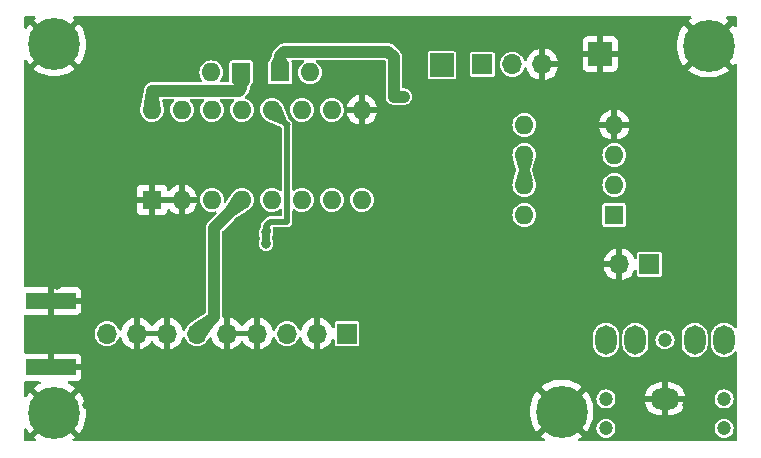
<source format=gbr>
%TF.GenerationSoftware,KiCad,Pcbnew,8.0.1-unknown-202403182320~f90c3ef075~ubuntu22.04.1*%
%TF.CreationDate,2024-03-20T20:40:56+05:30*%
%TF.ProjectId,BoB,426f422e-6b69-4636-9164-5f7063625858,rev?*%
%TF.SameCoordinates,Original*%
%TF.FileFunction,Copper,L2,Bot*%
%TF.FilePolarity,Positive*%
%FSLAX46Y46*%
G04 Gerber Fmt 4.6, Leading zero omitted, Abs format (unit mm)*
G04 Created by KiCad (PCBNEW 8.0.1-unknown-202403182320~f90c3ef075~ubuntu22.04.1) date 2024-03-20 20:40:56*
%MOMM*%
%LPD*%
G01*
G04 APERTURE LIST*
%TA.AperFunction,ComponentPad*%
%ADD10R,2.000000X2.000000*%
%TD*%
%TA.AperFunction,ComponentPad*%
%ADD11R,1.600000X1.600000*%
%TD*%
%TA.AperFunction,ComponentPad*%
%ADD12O,1.600000X1.600000*%
%TD*%
%TA.AperFunction,ComponentPad*%
%ADD13R,1.700000X1.700000*%
%TD*%
%TA.AperFunction,ComponentPad*%
%ADD14O,1.700000X1.700000*%
%TD*%
%TA.AperFunction,ComponentPad*%
%ADD15C,4.400000*%
%TD*%
%TA.AperFunction,SMDPad,CuDef*%
%ADD16R,4.200000X1.350000*%
%TD*%
%TA.AperFunction,WasherPad*%
%ADD17C,1.200000*%
%TD*%
%TA.AperFunction,ComponentPad*%
%ADD18O,1.800000X2.500000*%
%TD*%
%TA.AperFunction,ComponentPad*%
%ADD19O,2.500000X1.800000*%
%TD*%
%TA.AperFunction,ViaPad*%
%ADD20C,0.800000*%
%TD*%
%TA.AperFunction,Conductor*%
%ADD21C,1.000000*%
%TD*%
%TA.AperFunction,Conductor*%
%ADD22C,0.500000*%
%TD*%
%TA.AperFunction,Conductor*%
%ADD23C,0.250000*%
%TD*%
%TA.AperFunction,Conductor*%
%ADD24C,0.750000*%
%TD*%
G04 APERTURE END LIST*
D10*
%TO.P,TP1,1,1*%
%TO.N,Net-(C1-Pad2)*%
X80460000Y-47660000D03*
%TD*%
D11*
%TO.P,D8,1,K*%
%TO.N,5VCLEAN*%
X66762000Y-48278000D03*
D12*
%TO.P,D8,2,A*%
%TO.N,Net-(D7-K)*%
X69302000Y-48278000D03*
%TD*%
D13*
%TO.P,RV1,1,1*%
%TO.N,Net-(C1-Pad2)*%
X83900000Y-47590000D03*
D14*
%TO.P,RV1,2,2*%
%TO.N,Net-(RV1-Pad2)*%
X86440000Y-47590000D03*
%TO.P,RV1,3,3*%
%TO.N,GND*%
X88980000Y-47590000D03*
%TD*%
D13*
%TO.P,J2,1,Pin_1*%
%TO.N,Net-(J2-Pin_1)*%
X98044000Y-64516000D03*
D14*
%TO.P,J2,2,Pin_2*%
%TO.N,GND*%
X95504000Y-64516000D03*
%TD*%
D15*
%TO.P,H2,1,1*%
%TO.N,GND*%
X90600000Y-76984000D03*
%TD*%
%TO.P,H4,1,1*%
%TO.N,GND*%
X47649274Y-77087274D03*
%TD*%
%TO.P,H1,1,1*%
%TO.N,GND*%
X47649274Y-45892726D03*
%TD*%
D13*
%TO.P,JP1,1,Pin_1*%
%TO.N,+5V*%
X72438000Y-70380000D03*
D14*
%TO.P,JP1,2,Pin_2*%
%TO.N,GND*%
X69898000Y-70380000D03*
%TO.P,JP1,3,Pin_3*%
%TO.N,RX_OSC*%
X67358000Y-70380000D03*
%TO.P,JP1,4,Pin_4*%
%TO.N,GND*%
X64818000Y-70380000D03*
%TO.P,JP1,5,Pin_5*%
X62278000Y-70380000D03*
%TO.P,JP1,6,Pin_6*%
%TO.N,RX_AUDIO*%
X59738000Y-70380000D03*
%TO.P,JP1,7,Pin_7*%
%TO.N,GND*%
X57198000Y-70380000D03*
%TO.P,JP1,8,Pin_8*%
X54658000Y-70380000D03*
%TO.P,JP1,9,Pin_9*%
%TO.N,Net-(J1-In)*%
X52118000Y-70380000D03*
%TD*%
D10*
%TO.P,TP2,1,1*%
%TO.N,GND*%
X93878000Y-46712000D03*
%TD*%
D16*
%TO.P,J1,2,Ext*%
%TO.N,GND*%
X47352000Y-67603000D03*
X47352000Y-73253000D03*
%TD*%
D15*
%TO.P,H3,1,1*%
%TO.N,GND*%
X103046000Y-45996000D03*
%TD*%
D11*
%TO.P,D7,1,K*%
%TO.N,Net-(D7-K)*%
X63482000Y-48258000D03*
D12*
%TO.P,D7,2,A*%
%TO.N,5VCLEAN*%
X60942000Y-48258000D03*
%TD*%
D11*
%TO.P,U1,1,FM_RF_IN*%
%TO.N,GND*%
X55922000Y-59068000D03*
D12*
%TO.P,U1,2,GND_IN*%
X58462000Y-59068000D03*
%TO.P,U1,3,FM_MIX*%
%TO.N,unconnected-(U1-FM_MIX-Pad3)*%
X61002000Y-59068000D03*
%TO.P,U1,4,AM_MIX*%
%TO.N,RX_AUDIO*%
X63542000Y-59068000D03*
%TO.P,U1,5,AGC*%
%TO.N,Net-(U1-AGC)*%
X66082000Y-59068000D03*
%TO.P,U1,6,VCC*%
%TO.N,5VCLEAN*%
X68622000Y-59068000D03*
%TO.P,U1,7,AM_IF*%
X71162000Y-59068000D03*
%TO.P,U1,8,FM_IF*%
%TO.N,unconnected-(U1-FM_IF-Pad8)*%
X73702000Y-59068000D03*
%TO.P,U1,9,GND_OUT*%
%TO.N,GND*%
X73702000Y-51448000D03*
%TO.P,U1,10,FM_DET*%
%TO.N,unconnected-(U1-FM_DET-Pad10)*%
X71162000Y-51448000D03*
%TO.P,U1,11,DET_OUT*%
%TO.N,unconnected-(U1-DET_OUT-Pad11)*%
X68622000Y-51448000D03*
%TO.P,U1,12,AM_OSC*%
%TO.N,Net-(U1-AM_OSC)*%
X66082000Y-51448000D03*
%TO.P,U1,13,FM_OSC*%
%TO.N,unconnected-(U1-FM_OSC-Pad13)*%
X63542000Y-51448000D03*
%TO.P,U1,14,FM/AM_SW*%
%TO.N,Net-(U1-FM{slash}AM_SW)*%
X61002000Y-51448000D03*
%TO.P,U1,15,FM_TUNER*%
%TO.N,5VCLEAN*%
X58462000Y-51448000D03*
%TO.P,U1,16,AM_RF_IN*%
%TO.N,Net-(D7-K)*%
X55922000Y-51448000D03*
%TD*%
D17*
%TO.P,SPK1,*%
%TO.N,*%
X94362000Y-78420000D03*
X104362000Y-78420000D03*
X94362000Y-75920000D03*
X104362000Y-75920000D03*
X99362000Y-70920000D03*
D18*
%TO.P,SPK1,R*%
%TO.N,Net-(C14-Pad2)*%
X94362000Y-70920000D03*
%TO.P,SPK1,RN*%
%TO.N,unconnected-(SPK1-PadRN)*%
X96862000Y-70920000D03*
D19*
%TO.P,SPK1,S*%
%TO.N,GND*%
X99362000Y-75920000D03*
D18*
%TO.P,SPK1,T*%
%TO.N,Net-(C14-Pad2)*%
X104362000Y-70920000D03*
%TO.P,SPK1,TN*%
%TO.N,unconnected-(SPK1-PadTN)*%
X101862000Y-70920000D03*
%TD*%
D11*
%TO.P,U2,1*%
%TO.N,Net-(J2-Pin_1)*%
X95062000Y-60343000D03*
D12*
%TO.P,U2,2,-*%
%TO.N,Net-(U2A--)*%
X95062000Y-57803000D03*
%TO.P,U2,3,+*%
%TO.N,Net-(U2A-+)*%
X95062000Y-55263000D03*
%TO.P,U2,4,V-*%
%TO.N,GND*%
X95062000Y-52723000D03*
%TO.P,U2,5,+*%
%TO.N,Net-(U2A-+)*%
X87442000Y-52723000D03*
%TO.P,U2,6,-*%
%TO.N,Net-(U2B--)*%
X87442000Y-55263000D03*
%TO.P,U2,7*%
X87442000Y-57803000D03*
%TO.P,U2,8,V+*%
%TO.N,+3.3V*%
X87442000Y-60343000D03*
%TD*%
D20*
%TO.N,GND*%
X57390000Y-68450000D03*
X98707000Y-45956000D03*
X55527000Y-76436000D03*
X65687000Y-76436000D03*
X73307000Y-76436000D03*
X80927000Y-76436000D03*
X52987000Y-73896000D03*
X47907000Y-53576000D03*
X83467000Y-68816000D03*
X96167000Y-45956000D03*
X73307000Y-48496000D03*
X64430000Y-68400000D03*
X78387000Y-73896000D03*
X52987000Y-58656000D03*
X58067000Y-61196000D03*
X47907000Y-63736000D03*
X63147000Y-73896000D03*
X70767000Y-76436000D03*
X58067000Y-45956000D03*
X47907000Y-61196000D03*
X50447000Y-56116000D03*
X83467000Y-51036000D03*
X101247000Y-68816000D03*
X58067000Y-76436000D03*
X68227000Y-53576000D03*
X70767000Y-68816000D03*
X86007000Y-45956000D03*
X64430000Y-67310000D03*
X52987000Y-76436000D03*
X78387000Y-76436000D03*
X96167000Y-76436000D03*
X78387000Y-58656000D03*
X103787000Y-61196000D03*
X96167000Y-68816000D03*
X83467000Y-76436000D03*
X91087000Y-58656000D03*
X98707000Y-48496000D03*
X60607000Y-73896000D03*
X96167000Y-73896000D03*
X73307000Y-53576000D03*
X50447000Y-66276000D03*
X47907000Y-56116000D03*
X103787000Y-73896000D03*
X60607000Y-76436000D03*
X68227000Y-73896000D03*
X103787000Y-56116000D03*
X75847000Y-76436000D03*
X69600000Y-67340000D03*
X91087000Y-45956000D03*
X65930000Y-56190000D03*
X86007000Y-51036000D03*
X86007000Y-61196000D03*
X47907000Y-58656000D03*
X70767000Y-73896000D03*
X98707000Y-73896000D03*
X103787000Y-63736000D03*
X78320000Y-63340000D03*
X93627000Y-73896000D03*
X47907000Y-51036000D03*
X58067000Y-56116000D03*
X55527000Y-73896000D03*
X50447000Y-61196000D03*
X73307000Y-73896000D03*
X58067000Y-73896000D03*
X83467000Y-73896000D03*
X103787000Y-53576000D03*
X86007000Y-76436000D03*
X80927000Y-73896000D03*
X47907000Y-66276000D03*
X75847000Y-73896000D03*
X58067000Y-66276000D03*
X70767000Y-53576000D03*
X50447000Y-76436000D03*
X52987000Y-45956000D03*
X76910000Y-63320000D03*
X101247000Y-76436000D03*
X55527000Y-66276000D03*
X65687000Y-73896000D03*
X101247000Y-48496000D03*
X103787000Y-58656000D03*
X63147000Y-76436000D03*
X63147000Y-53576000D03*
X101247000Y-73896000D03*
X50447000Y-68816000D03*
X65687000Y-53576000D03*
X86007000Y-58656000D03*
X91087000Y-53576000D03*
X61330000Y-56130000D03*
X88547000Y-45956000D03*
X91087000Y-61196000D03*
X78387000Y-53576000D03*
X103787000Y-51036000D03*
X58067000Y-63736000D03*
X50447000Y-73896000D03*
X98707000Y-68816000D03*
X68227000Y-76436000D03*
X75847000Y-58656000D03*
%TO.N,Net-(U1-AM_OSC)*%
X65587000Y-61808000D03*
X65587000Y-62808000D03*
%TO.N,5VCLEAN*%
X77264000Y-50314000D03*
%TD*%
D21*
%TO.N,Net-(D7-K)*%
X63482000Y-49618000D02*
X63482000Y-48258000D01*
X55928000Y-49806000D02*
X63294000Y-49806000D01*
X63294000Y-49806000D02*
X63482000Y-49618000D01*
X55922000Y-49812000D02*
X55928000Y-49806000D01*
X55922000Y-51448000D02*
X55922000Y-49812000D01*
D22*
%TO.N,Net-(U1-AM_OSC)*%
X66082000Y-51448000D02*
X67372000Y-52738000D01*
D23*
X66082000Y-51268000D02*
X67497000Y-52683000D01*
D22*
X65580000Y-61998000D02*
X65580000Y-62506000D01*
X65580000Y-61236000D02*
X65580000Y-61801000D01*
X65908000Y-60908000D02*
X65580000Y-61236000D01*
X67372000Y-52738000D02*
X67372000Y-60908000D01*
X65587000Y-61808000D02*
X65580000Y-61815000D01*
X65580000Y-61815000D02*
X65580000Y-61998000D01*
X65580000Y-61801000D02*
X65587000Y-61808000D01*
X67372000Y-60908000D02*
X65908000Y-60908000D01*
D21*
%TO.N,RX_AUDIO*%
X59738000Y-70380000D02*
X61170000Y-68948000D01*
X61170000Y-68948000D02*
X61170000Y-61440000D01*
X61170000Y-61440000D02*
X63542000Y-59068000D01*
D24*
%TO.N,Net-(U2B--)*%
X87442000Y-55263000D02*
X87442000Y-57803000D01*
D21*
%TO.N,5VCLEAN*%
X75944000Y-46504000D02*
X76400000Y-46960000D01*
X76400000Y-46960000D02*
X76400000Y-50314000D01*
X76400000Y-50314000D02*
X77264000Y-50314000D01*
X66762000Y-48278000D02*
X66762000Y-46846000D01*
X66762000Y-46846000D02*
X67104000Y-46504000D01*
X67104000Y-46504000D02*
X75944000Y-46504000D01*
%TD*%
%TA.AperFunction,Conductor*%
%TO.N,GND*%
G36*
X46810241Y-77803876D02*
G01*
X46932672Y-77926307D01*
X47066536Y-78023564D01*
X45924304Y-79165796D01*
X45924304Y-79165797D01*
X46062274Y-79273889D01*
X46102907Y-79330729D01*
X46106359Y-79400513D01*
X46071535Y-79461086D01*
X46009491Y-79493216D01*
X45985801Y-79495500D01*
X45216500Y-79495500D01*
X45149461Y-79475815D01*
X45103706Y-79423011D01*
X45092500Y-79371500D01*
X45092500Y-78521689D01*
X45112185Y-78454650D01*
X45164989Y-78408895D01*
X45234147Y-78398951D01*
X45297703Y-78427976D01*
X45322617Y-78457539D01*
X45423155Y-78623850D01*
X45570750Y-78812242D01*
X46712982Y-77670010D01*
X46810241Y-77803876D01*
G37*
%TD.AperFunction*%
%TA.AperFunction,Conductor*%
G36*
X56732075Y-70187007D02*
G01*
X56698000Y-70314174D01*
X56698000Y-70445826D01*
X56732075Y-70572993D01*
X56764988Y-70630000D01*
X55091012Y-70630000D01*
X55123925Y-70572993D01*
X55158000Y-70445826D01*
X55158000Y-70314174D01*
X55123925Y-70187007D01*
X55091012Y-70130000D01*
X56764988Y-70130000D01*
X56732075Y-70187007D01*
G37*
%TD.AperFunction*%
%TA.AperFunction,Conductor*%
G36*
X64352075Y-70187007D02*
G01*
X64318000Y-70314174D01*
X64318000Y-70445826D01*
X64352075Y-70572993D01*
X64384988Y-70630000D01*
X62711012Y-70630000D01*
X62743925Y-70572993D01*
X62778000Y-70445826D01*
X62778000Y-70314174D01*
X62743925Y-70187007D01*
X62711012Y-70130000D01*
X64384988Y-70130000D01*
X64352075Y-70187007D01*
G37*
%TD.AperFunction*%
%TA.AperFunction,Conductor*%
G36*
X58141920Y-58822394D02*
G01*
X58089259Y-58913606D01*
X58062000Y-59015339D01*
X58062000Y-59120661D01*
X58089259Y-59222394D01*
X58141920Y-59313606D01*
X58146314Y-59318000D01*
X56237686Y-59318000D01*
X56242080Y-59313606D01*
X56294741Y-59222394D01*
X56322000Y-59120661D01*
X56322000Y-59015339D01*
X56294741Y-58913606D01*
X56242080Y-58822394D01*
X56237686Y-58818000D01*
X58146314Y-58818000D01*
X58141920Y-58822394D01*
G37*
%TD.AperFunction*%
%TA.AperFunction,Conductor*%
G36*
X101550796Y-43536185D02*
G01*
X101596551Y-43588989D01*
X101606495Y-43658147D01*
X101577470Y-43721703D01*
X101547907Y-43746617D01*
X101509422Y-43769881D01*
X101509416Y-43769886D01*
X101321030Y-43917474D01*
X101321029Y-43917476D01*
X102463262Y-45059709D01*
X102329398Y-45156967D01*
X102206967Y-45279398D01*
X102109709Y-45413262D01*
X100967476Y-44271029D01*
X100967474Y-44271030D01*
X100819886Y-44459416D01*
X100819881Y-44459422D01*
X100650898Y-44738956D01*
X100650897Y-44738958D01*
X100516839Y-45036824D01*
X100516835Y-45036835D01*
X100419667Y-45348658D01*
X100360786Y-45669961D01*
X100341065Y-45996000D01*
X100360786Y-46322038D01*
X100419667Y-46643341D01*
X100516835Y-46955164D01*
X100516839Y-46955175D01*
X100650897Y-47253041D01*
X100650898Y-47253043D01*
X100819881Y-47532576D01*
X100967476Y-47720968D01*
X102109708Y-46578736D01*
X102206967Y-46712602D01*
X102329398Y-46835033D01*
X102463262Y-46932290D01*
X101321030Y-48074522D01*
X101321030Y-48074523D01*
X101509423Y-48222118D01*
X101788956Y-48391101D01*
X101788958Y-48391102D01*
X102086824Y-48525160D01*
X102086835Y-48525164D01*
X102398658Y-48622332D01*
X102719961Y-48681213D01*
X103046000Y-48700934D01*
X103372038Y-48681213D01*
X103693341Y-48622332D01*
X104005164Y-48525164D01*
X104005175Y-48525160D01*
X104303041Y-48391102D01*
X104303043Y-48391101D01*
X104582586Y-48222112D01*
X104770968Y-48074523D01*
X104770968Y-48074522D01*
X103628737Y-46932290D01*
X103762602Y-46835033D01*
X103885033Y-46712602D01*
X103982290Y-46578737D01*
X105124522Y-47720968D01*
X105124523Y-47720968D01*
X105236389Y-47578183D01*
X105293229Y-47537550D01*
X105363014Y-47534098D01*
X105423586Y-47568922D01*
X105455716Y-47630966D01*
X105458000Y-47654656D01*
X105458000Y-69824599D01*
X105438315Y-69891638D01*
X105385511Y-69937393D01*
X105316353Y-69947337D01*
X105252797Y-69918312D01*
X105233683Y-69897485D01*
X105201418Y-69853078D01*
X105201414Y-69853072D01*
X105078928Y-69730586D01*
X104938788Y-69628768D01*
X104784445Y-69550127D01*
X104619701Y-69496598D01*
X104619699Y-69496597D01*
X104619698Y-69496597D01*
X104488271Y-69475781D01*
X104448611Y-69469500D01*
X104275389Y-69469500D01*
X104235728Y-69475781D01*
X104104302Y-69496597D01*
X103939552Y-69550128D01*
X103785211Y-69628768D01*
X103752985Y-69652182D01*
X103645072Y-69730586D01*
X103645070Y-69730588D01*
X103645069Y-69730588D01*
X103522588Y-69853069D01*
X103522588Y-69853070D01*
X103522586Y-69853072D01*
X103503022Y-69880000D01*
X103420768Y-69993211D01*
X103342128Y-70147552D01*
X103288597Y-70312302D01*
X103288301Y-70314174D01*
X103261500Y-70483389D01*
X103261500Y-71356611D01*
X103288598Y-71527701D01*
X103342127Y-71692445D01*
X103420768Y-71846788D01*
X103522586Y-71986928D01*
X103645072Y-72109414D01*
X103785212Y-72211232D01*
X103939555Y-72289873D01*
X104104299Y-72343402D01*
X104275389Y-72370500D01*
X104275390Y-72370500D01*
X104448610Y-72370500D01*
X104448611Y-72370500D01*
X104619701Y-72343402D01*
X104784445Y-72289873D01*
X104938788Y-72211232D01*
X105078928Y-72109414D01*
X105201414Y-71986928D01*
X105233682Y-71942514D01*
X105289012Y-71899849D01*
X105358625Y-71893870D01*
X105420420Y-71926476D01*
X105454777Y-71987314D01*
X105458000Y-72015400D01*
X105458000Y-79371500D01*
X105438315Y-79438539D01*
X105385511Y-79484294D01*
X105334000Y-79495500D01*
X92109307Y-79495500D01*
X92042268Y-79475815D01*
X91996513Y-79423011D01*
X91986569Y-79353853D01*
X92015594Y-79290297D01*
X92045157Y-79265383D01*
X92136586Y-79210112D01*
X92324968Y-79062523D01*
X92324968Y-79062522D01*
X91182737Y-77920290D01*
X91316602Y-77823033D01*
X91439033Y-77700602D01*
X91536290Y-77566737D01*
X92678522Y-78708968D01*
X92678523Y-78708968D01*
X92826112Y-78520586D01*
X92886916Y-78420003D01*
X93556435Y-78420003D01*
X93576630Y-78599249D01*
X93576631Y-78599254D01*
X93636211Y-78769523D01*
X93732184Y-78922262D01*
X93859738Y-79049816D01*
X94012478Y-79145789D01*
X94069655Y-79165796D01*
X94182745Y-79205368D01*
X94182750Y-79205369D01*
X94361996Y-79225565D01*
X94362000Y-79225565D01*
X94362004Y-79225565D01*
X94541249Y-79205369D01*
X94541252Y-79205368D01*
X94541255Y-79205368D01*
X94711522Y-79145789D01*
X94864262Y-79049816D01*
X94991816Y-78922262D01*
X95087789Y-78769522D01*
X95147368Y-78599255D01*
X95156233Y-78520576D01*
X95167565Y-78420003D01*
X103556435Y-78420003D01*
X103576630Y-78599249D01*
X103576631Y-78599254D01*
X103636211Y-78769523D01*
X103732184Y-78922262D01*
X103859738Y-79049816D01*
X104012478Y-79145789D01*
X104069655Y-79165796D01*
X104182745Y-79205368D01*
X104182750Y-79205369D01*
X104361996Y-79225565D01*
X104362000Y-79225565D01*
X104362004Y-79225565D01*
X104541249Y-79205369D01*
X104541252Y-79205368D01*
X104541255Y-79205368D01*
X104711522Y-79145789D01*
X104864262Y-79049816D01*
X104991816Y-78922262D01*
X105087789Y-78769522D01*
X105147368Y-78599255D01*
X105156233Y-78520576D01*
X105167565Y-78420003D01*
X105167565Y-78419996D01*
X105147369Y-78240750D01*
X105147368Y-78240745D01*
X105100458Y-78106684D01*
X105087789Y-78070478D01*
X104991816Y-77917738D01*
X104864262Y-77790184D01*
X104775825Y-77734615D01*
X104711523Y-77694211D01*
X104541254Y-77634631D01*
X104541249Y-77634630D01*
X104362004Y-77614435D01*
X104361996Y-77614435D01*
X104182750Y-77634630D01*
X104182745Y-77634631D01*
X104012476Y-77694211D01*
X103859737Y-77790184D01*
X103732184Y-77917737D01*
X103636211Y-78070476D01*
X103576631Y-78240745D01*
X103576630Y-78240750D01*
X103556435Y-78419996D01*
X103556435Y-78420003D01*
X95167565Y-78420003D01*
X95167565Y-78419996D01*
X95147369Y-78240750D01*
X95147368Y-78240745D01*
X95100458Y-78106684D01*
X95087789Y-78070478D01*
X94991816Y-77917738D01*
X94864262Y-77790184D01*
X94775825Y-77734615D01*
X94711523Y-77694211D01*
X94541254Y-77634631D01*
X94541249Y-77634630D01*
X94362004Y-77614435D01*
X94361996Y-77614435D01*
X94182750Y-77634630D01*
X94182745Y-77634631D01*
X94012476Y-77694211D01*
X93859737Y-77790184D01*
X93732184Y-77917737D01*
X93636211Y-78070476D01*
X93576631Y-78240745D01*
X93576630Y-78240750D01*
X93556435Y-78419996D01*
X93556435Y-78420003D01*
X92886916Y-78420003D01*
X92995101Y-78241043D01*
X92995102Y-78241041D01*
X93129160Y-77943175D01*
X93129164Y-77943164D01*
X93226332Y-77631341D01*
X93285213Y-77310038D01*
X93304934Y-76984000D01*
X93285213Y-76657961D01*
X93226332Y-76336658D01*
X93129164Y-76024835D01*
X93129160Y-76024824D01*
X93081984Y-75920003D01*
X93556435Y-75920003D01*
X93576630Y-76099249D01*
X93576631Y-76099254D01*
X93636211Y-76269523D01*
X93699768Y-76370672D01*
X93732184Y-76422262D01*
X93859738Y-76549816D01*
X94012478Y-76645789D01*
X94047264Y-76657961D01*
X94182745Y-76705368D01*
X94182750Y-76705369D01*
X94361996Y-76725565D01*
X94362000Y-76725565D01*
X94362004Y-76725565D01*
X94541249Y-76705369D01*
X94541252Y-76705368D01*
X94541255Y-76705368D01*
X94711522Y-76645789D01*
X94864262Y-76549816D01*
X94991816Y-76422262D01*
X95087789Y-76269522D01*
X95122613Y-76170000D01*
X97634145Y-76170000D01*
X97646473Y-76247835D01*
X97646473Y-76247838D01*
X97714567Y-76457410D01*
X97814613Y-76653760D01*
X97944142Y-76832041D01*
X98099958Y-76987857D01*
X98278239Y-77117386D01*
X98474589Y-77217432D01*
X98684164Y-77285526D01*
X98901819Y-77320000D01*
X99112000Y-77320000D01*
X99112000Y-76370000D01*
X99612000Y-76370000D01*
X99612000Y-77320000D01*
X99822181Y-77320000D01*
X100039835Y-77285526D01*
X100249410Y-77217432D01*
X100445760Y-77117386D01*
X100624041Y-76987857D01*
X100779857Y-76832041D01*
X100909386Y-76653760D01*
X101009432Y-76457410D01*
X101077526Y-76247838D01*
X101077526Y-76247835D01*
X101089855Y-76170000D01*
X100137278Y-76170000D01*
X100181333Y-76093694D01*
X100212000Y-75979244D01*
X100212000Y-75920003D01*
X103556435Y-75920003D01*
X103576630Y-76099249D01*
X103576631Y-76099254D01*
X103636211Y-76269523D01*
X103699768Y-76370672D01*
X103732184Y-76422262D01*
X103859738Y-76549816D01*
X104012478Y-76645789D01*
X104047264Y-76657961D01*
X104182745Y-76705368D01*
X104182750Y-76705369D01*
X104361996Y-76725565D01*
X104362000Y-76725565D01*
X104362004Y-76725565D01*
X104541249Y-76705369D01*
X104541252Y-76705368D01*
X104541255Y-76705368D01*
X104711522Y-76645789D01*
X104864262Y-76549816D01*
X104991816Y-76422262D01*
X105087789Y-76269522D01*
X105147368Y-76099255D01*
X105150905Y-76067864D01*
X105167565Y-75920003D01*
X105167565Y-75919996D01*
X105147369Y-75740750D01*
X105147368Y-75740745D01*
X105087788Y-75570476D01*
X105010468Y-75447423D01*
X104991816Y-75417738D01*
X104864262Y-75290184D01*
X104814679Y-75259029D01*
X104711523Y-75194211D01*
X104541254Y-75134631D01*
X104541249Y-75134630D01*
X104362004Y-75114435D01*
X104361996Y-75114435D01*
X104182750Y-75134630D01*
X104182745Y-75134631D01*
X104012476Y-75194211D01*
X103859737Y-75290184D01*
X103732184Y-75417737D01*
X103636211Y-75570476D01*
X103576631Y-75740745D01*
X103576630Y-75740750D01*
X103556435Y-75919996D01*
X103556435Y-75920003D01*
X100212000Y-75920003D01*
X100212000Y-75860756D01*
X100181333Y-75746306D01*
X100137278Y-75670000D01*
X101089855Y-75670000D01*
X101077526Y-75592164D01*
X101077526Y-75592161D01*
X101009432Y-75382589D01*
X100909386Y-75186239D01*
X100779857Y-75007958D01*
X100624041Y-74852142D01*
X100445760Y-74722613D01*
X100249410Y-74622567D01*
X100039835Y-74554473D01*
X99822181Y-74520000D01*
X99612000Y-74520000D01*
X99612000Y-75470000D01*
X99112000Y-75470000D01*
X99112000Y-74520000D01*
X98901819Y-74520000D01*
X98684164Y-74554473D01*
X98474589Y-74622567D01*
X98278239Y-74722613D01*
X98099958Y-74852142D01*
X97944142Y-75007958D01*
X97814613Y-75186239D01*
X97714567Y-75382589D01*
X97646473Y-75592161D01*
X97646473Y-75592164D01*
X97634145Y-75670000D01*
X98586722Y-75670000D01*
X98542667Y-75746306D01*
X98512000Y-75860756D01*
X98512000Y-75979244D01*
X98542667Y-76093694D01*
X98586722Y-76170000D01*
X97634145Y-76170000D01*
X95122613Y-76170000D01*
X95147368Y-76099255D01*
X95150905Y-76067864D01*
X95167565Y-75920003D01*
X95167565Y-75919996D01*
X95147369Y-75740750D01*
X95147368Y-75740745D01*
X95087788Y-75570476D01*
X95010468Y-75447423D01*
X94991816Y-75417738D01*
X94864262Y-75290184D01*
X94814679Y-75259029D01*
X94711523Y-75194211D01*
X94541254Y-75134631D01*
X94541249Y-75134630D01*
X94362004Y-75114435D01*
X94361996Y-75114435D01*
X94182750Y-75134630D01*
X94182745Y-75134631D01*
X94012476Y-75194211D01*
X93859737Y-75290184D01*
X93732184Y-75417737D01*
X93636211Y-75570476D01*
X93576631Y-75740745D01*
X93576630Y-75740750D01*
X93556435Y-75919996D01*
X93556435Y-75920003D01*
X93081984Y-75920003D01*
X92995102Y-75726958D01*
X92995101Y-75726956D01*
X92826118Y-75447423D01*
X92678522Y-75259030D01*
X91536290Y-76401262D01*
X91439033Y-76267398D01*
X91316602Y-76144967D01*
X91182736Y-76047709D01*
X92324968Y-74905476D01*
X92136576Y-74757881D01*
X91857043Y-74588898D01*
X91857041Y-74588897D01*
X91559175Y-74454839D01*
X91559164Y-74454835D01*
X91247341Y-74357667D01*
X90926038Y-74298786D01*
X90600000Y-74279065D01*
X90273961Y-74298786D01*
X89952658Y-74357667D01*
X89640835Y-74454835D01*
X89640824Y-74454839D01*
X89342958Y-74588897D01*
X89342956Y-74588898D01*
X89063422Y-74757881D01*
X89063416Y-74757886D01*
X88875030Y-74905474D01*
X88875029Y-74905476D01*
X90017262Y-76047709D01*
X89883398Y-76144967D01*
X89760967Y-76267398D01*
X89663709Y-76401262D01*
X88521476Y-75259029D01*
X88521474Y-75259030D01*
X88373886Y-75447416D01*
X88373881Y-75447422D01*
X88204898Y-75726956D01*
X88204897Y-75726958D01*
X88070839Y-76024824D01*
X88070835Y-76024835D01*
X87973667Y-76336658D01*
X87914786Y-76657961D01*
X87895065Y-76984000D01*
X87914786Y-77310038D01*
X87973667Y-77631341D01*
X88070835Y-77943164D01*
X88070839Y-77943175D01*
X88204897Y-78241041D01*
X88204898Y-78241043D01*
X88373881Y-78520576D01*
X88521476Y-78708968D01*
X89663708Y-77566736D01*
X89760967Y-77700602D01*
X89883398Y-77823033D01*
X90017262Y-77920290D01*
X88875030Y-79062522D01*
X88875030Y-79062523D01*
X89063423Y-79210118D01*
X89154842Y-79265383D01*
X89202029Y-79316910D01*
X89213868Y-79385770D01*
X89186600Y-79450099D01*
X89128881Y-79489473D01*
X89090692Y-79495500D01*
X49312747Y-79495500D01*
X49245708Y-79475815D01*
X49199953Y-79423011D01*
X49190009Y-79353853D01*
X49219034Y-79290297D01*
X49236274Y-79273889D01*
X49374242Y-79165797D01*
X49374242Y-79165796D01*
X48232011Y-78023564D01*
X48365876Y-77926307D01*
X48488307Y-77803876D01*
X48585564Y-77670011D01*
X49727796Y-78812242D01*
X49727797Y-78812242D01*
X49875386Y-78623860D01*
X50044375Y-78344317D01*
X50044376Y-78344315D01*
X50178434Y-78046449D01*
X50178438Y-78046438D01*
X50275606Y-77734615D01*
X50334487Y-77413312D01*
X50354208Y-77087274D01*
X50334487Y-76761235D01*
X50275606Y-76439932D01*
X50178438Y-76128109D01*
X50178434Y-76128098D01*
X50044376Y-75830232D01*
X50044375Y-75830230D01*
X49875392Y-75550697D01*
X49727796Y-75362304D01*
X48585564Y-76504536D01*
X48488307Y-76370672D01*
X48365876Y-76248241D01*
X48232010Y-76150983D01*
X49374242Y-75008750D01*
X49185850Y-74861155D01*
X48906317Y-74692172D01*
X48906315Y-74692171D01*
X48846112Y-74665076D01*
X48793058Y-74619612D01*
X48773005Y-74552682D01*
X48792321Y-74485535D01*
X48844872Y-74439490D01*
X48897003Y-74428000D01*
X49499828Y-74428000D01*
X49499844Y-74427999D01*
X49559372Y-74421598D01*
X49559379Y-74421596D01*
X49694086Y-74371354D01*
X49694093Y-74371350D01*
X49809187Y-74285190D01*
X49809190Y-74285187D01*
X49895350Y-74170093D01*
X49895354Y-74170086D01*
X49945596Y-74035379D01*
X49945598Y-74035372D01*
X49951999Y-73975844D01*
X49952000Y-73975827D01*
X49952000Y-73503000D01*
X47226000Y-73503000D01*
X47158961Y-73483315D01*
X47113206Y-73430511D01*
X47102000Y-73379000D01*
X47102000Y-72078000D01*
X47602000Y-72078000D01*
X47602000Y-73003000D01*
X49952000Y-73003000D01*
X49952000Y-72530172D01*
X49951999Y-72530155D01*
X49945598Y-72470627D01*
X49945596Y-72470620D01*
X49895354Y-72335913D01*
X49895350Y-72335906D01*
X49809190Y-72220812D01*
X49809187Y-72220809D01*
X49694093Y-72134649D01*
X49694086Y-72134645D01*
X49559379Y-72084403D01*
X49559372Y-72084401D01*
X49499844Y-72078000D01*
X47602000Y-72078000D01*
X47102000Y-72078000D01*
X45216500Y-72078000D01*
X45149461Y-72058315D01*
X45103706Y-72005511D01*
X45092500Y-71954000D01*
X45092500Y-70380000D01*
X51062417Y-70380000D01*
X51082699Y-70585932D01*
X51082700Y-70585934D01*
X51142768Y-70783954D01*
X51240315Y-70966450D01*
X51274969Y-71008677D01*
X51371589Y-71126410D01*
X51468209Y-71205702D01*
X51531550Y-71257685D01*
X51714046Y-71355232D01*
X51912066Y-71415300D01*
X51912065Y-71415300D01*
X51930529Y-71417118D01*
X52118000Y-71435583D01*
X52323934Y-71415300D01*
X52521954Y-71355232D01*
X52704450Y-71257685D01*
X52864410Y-71126410D01*
X52995685Y-70966450D01*
X53093232Y-70783954D01*
X53113406Y-70717446D01*
X53151702Y-70659010D01*
X53215514Y-70630553D01*
X53284581Y-70641112D01*
X53336975Y-70687336D01*
X53351841Y-70721349D01*
X53384567Y-70843486D01*
X53384570Y-70843492D01*
X53484399Y-71057578D01*
X53619894Y-71251082D01*
X53786917Y-71418105D01*
X53980421Y-71553600D01*
X54194507Y-71653429D01*
X54194516Y-71653433D01*
X54408000Y-71710634D01*
X54408000Y-70813012D01*
X54465007Y-70845925D01*
X54592174Y-70880000D01*
X54723826Y-70880000D01*
X54850993Y-70845925D01*
X54908000Y-70813012D01*
X54908000Y-71710634D01*
X55121483Y-71653433D01*
X55121492Y-71653429D01*
X55335578Y-71553600D01*
X55529082Y-71418105D01*
X55696105Y-71251082D01*
X55826425Y-71064968D01*
X55881002Y-71021344D01*
X55950501Y-71014151D01*
X56012855Y-71045673D01*
X56029575Y-71064968D01*
X56159894Y-71251082D01*
X56326917Y-71418105D01*
X56520421Y-71553600D01*
X56734507Y-71653429D01*
X56734516Y-71653433D01*
X56948000Y-71710634D01*
X56948000Y-70813012D01*
X57005007Y-70845925D01*
X57132174Y-70880000D01*
X57263826Y-70880000D01*
X57390993Y-70845925D01*
X57448000Y-70813012D01*
X57448000Y-71710634D01*
X57661483Y-71653433D01*
X57661492Y-71653429D01*
X57875578Y-71553600D01*
X58069082Y-71418105D01*
X58236105Y-71251082D01*
X58371600Y-71057578D01*
X58471429Y-70843492D01*
X58471433Y-70843483D01*
X58504158Y-70721350D01*
X58540522Y-70661690D01*
X58603369Y-70631160D01*
X58672745Y-70639454D01*
X58726623Y-70683939D01*
X58742593Y-70717447D01*
X58762768Y-70783954D01*
X58860315Y-70966450D01*
X58894969Y-71008677D01*
X58991589Y-71126410D01*
X59088209Y-71205702D01*
X59151550Y-71257685D01*
X59334046Y-71355232D01*
X59532066Y-71415300D01*
X59532065Y-71415300D01*
X59550529Y-71417118D01*
X59738000Y-71435583D01*
X59943934Y-71415300D01*
X60141954Y-71355232D01*
X60324450Y-71257685D01*
X60484410Y-71126410D01*
X60615685Y-70966450D01*
X60692009Y-70823655D01*
X60697686Y-70814097D01*
X60719998Y-70780099D01*
X60758181Y-70721916D01*
X60811419Y-70676671D01*
X60880670Y-70667390D01*
X60943945Y-70697021D01*
X60981155Y-70756158D01*
X60981624Y-70757860D01*
X61004566Y-70843483D01*
X61004570Y-70843492D01*
X61104399Y-71057578D01*
X61239894Y-71251082D01*
X61406917Y-71418105D01*
X61600421Y-71553600D01*
X61814507Y-71653429D01*
X61814516Y-71653433D01*
X62028000Y-71710634D01*
X62028000Y-70813012D01*
X62085007Y-70845925D01*
X62212174Y-70880000D01*
X62343826Y-70880000D01*
X62470993Y-70845925D01*
X62528000Y-70813012D01*
X62528000Y-71710634D01*
X62741483Y-71653433D01*
X62741492Y-71653429D01*
X62955578Y-71553600D01*
X63149082Y-71418105D01*
X63316105Y-71251082D01*
X63446425Y-71064968D01*
X63501002Y-71021344D01*
X63570501Y-71014151D01*
X63632855Y-71045673D01*
X63649575Y-71064968D01*
X63779894Y-71251082D01*
X63946917Y-71418105D01*
X64140421Y-71553600D01*
X64354507Y-71653429D01*
X64354516Y-71653433D01*
X64568000Y-71710634D01*
X64568000Y-70813012D01*
X64625007Y-70845925D01*
X64752174Y-70880000D01*
X64883826Y-70880000D01*
X65010993Y-70845925D01*
X65068000Y-70813012D01*
X65068000Y-71710633D01*
X65281483Y-71653433D01*
X65281492Y-71653429D01*
X65495578Y-71553600D01*
X65689082Y-71418105D01*
X65856105Y-71251082D01*
X65991600Y-71057578D01*
X66091429Y-70843492D01*
X66091433Y-70843483D01*
X66124158Y-70721350D01*
X66160522Y-70661690D01*
X66223369Y-70631160D01*
X66292745Y-70639454D01*
X66346623Y-70683939D01*
X66362593Y-70717447D01*
X66382768Y-70783954D01*
X66480315Y-70966450D01*
X66514969Y-71008677D01*
X66611589Y-71126410D01*
X66708209Y-71205702D01*
X66771550Y-71257685D01*
X66954046Y-71355232D01*
X67152066Y-71415300D01*
X67152065Y-71415300D01*
X67170529Y-71417118D01*
X67358000Y-71435583D01*
X67563934Y-71415300D01*
X67761954Y-71355232D01*
X67944450Y-71257685D01*
X68104410Y-71126410D01*
X68235685Y-70966450D01*
X68333232Y-70783954D01*
X68353406Y-70717446D01*
X68391702Y-70659010D01*
X68455514Y-70630553D01*
X68524581Y-70641112D01*
X68576975Y-70687336D01*
X68591841Y-70721349D01*
X68624567Y-70843486D01*
X68624570Y-70843492D01*
X68724399Y-71057578D01*
X68859894Y-71251082D01*
X69026917Y-71418105D01*
X69220421Y-71553600D01*
X69434507Y-71653429D01*
X69434516Y-71653433D01*
X69648000Y-71710634D01*
X69648000Y-70813012D01*
X69705007Y-70845925D01*
X69832174Y-70880000D01*
X69963826Y-70880000D01*
X70090993Y-70845925D01*
X70148000Y-70813012D01*
X70148000Y-71710633D01*
X70361483Y-71653433D01*
X70361492Y-71653429D01*
X70575578Y-71553600D01*
X70769082Y-71418105D01*
X70936105Y-71251082D01*
X71071599Y-71057578D01*
X71151118Y-70887051D01*
X71197290Y-70834612D01*
X71264484Y-70815460D01*
X71331365Y-70835676D01*
X71376699Y-70888841D01*
X71387500Y-70939456D01*
X71387500Y-71249752D01*
X71399131Y-71308229D01*
X71399132Y-71308230D01*
X71443447Y-71374552D01*
X71509769Y-71418867D01*
X71509770Y-71418868D01*
X71568247Y-71430499D01*
X71568250Y-71430500D01*
X71568252Y-71430500D01*
X73307750Y-71430500D01*
X73307751Y-71430499D01*
X73322568Y-71427552D01*
X73366229Y-71418868D01*
X73366229Y-71418867D01*
X73366231Y-71418867D01*
X73432552Y-71374552D01*
X73444540Y-71356611D01*
X93261500Y-71356611D01*
X93288598Y-71527701D01*
X93342127Y-71692445D01*
X93420768Y-71846788D01*
X93522586Y-71986928D01*
X93645072Y-72109414D01*
X93785212Y-72211232D01*
X93939555Y-72289873D01*
X94104299Y-72343402D01*
X94275389Y-72370500D01*
X94275390Y-72370500D01*
X94448610Y-72370500D01*
X94448611Y-72370500D01*
X94619701Y-72343402D01*
X94784445Y-72289873D01*
X94938788Y-72211232D01*
X95078928Y-72109414D01*
X95201414Y-71986928D01*
X95303232Y-71846788D01*
X95381873Y-71692445D01*
X95435402Y-71527701D01*
X95462500Y-71356611D01*
X95761500Y-71356611D01*
X95788598Y-71527701D01*
X95842127Y-71692445D01*
X95920768Y-71846788D01*
X96022586Y-71986928D01*
X96145072Y-72109414D01*
X96285212Y-72211232D01*
X96439555Y-72289873D01*
X96604299Y-72343402D01*
X96775389Y-72370500D01*
X96775390Y-72370500D01*
X96948610Y-72370500D01*
X96948611Y-72370500D01*
X97119701Y-72343402D01*
X97284445Y-72289873D01*
X97438788Y-72211232D01*
X97578928Y-72109414D01*
X97701414Y-71986928D01*
X97803232Y-71846788D01*
X97881873Y-71692445D01*
X97935402Y-71527701D01*
X97962500Y-71356611D01*
X97962500Y-70920003D01*
X98556435Y-70920003D01*
X98576630Y-71099249D01*
X98576631Y-71099254D01*
X98636211Y-71269523D01*
X98702206Y-71374552D01*
X98732184Y-71422262D01*
X98859738Y-71549816D01*
X99012478Y-71645789D01*
X99145813Y-71692445D01*
X99182745Y-71705368D01*
X99182750Y-71705369D01*
X99361996Y-71725565D01*
X99362000Y-71725565D01*
X99362004Y-71725565D01*
X99541249Y-71705369D01*
X99541252Y-71705368D01*
X99541255Y-71705368D01*
X99711522Y-71645789D01*
X99864262Y-71549816D01*
X99991816Y-71422262D01*
X100033067Y-71356611D01*
X100761500Y-71356611D01*
X100788598Y-71527701D01*
X100842127Y-71692445D01*
X100920768Y-71846788D01*
X101022586Y-71986928D01*
X101145072Y-72109414D01*
X101285212Y-72211232D01*
X101439555Y-72289873D01*
X101604299Y-72343402D01*
X101775389Y-72370500D01*
X101775390Y-72370500D01*
X101948610Y-72370500D01*
X101948611Y-72370500D01*
X102119701Y-72343402D01*
X102284445Y-72289873D01*
X102438788Y-72211232D01*
X102578928Y-72109414D01*
X102701414Y-71986928D01*
X102803232Y-71846788D01*
X102881873Y-71692445D01*
X102935402Y-71527701D01*
X102962500Y-71356611D01*
X102962500Y-70483389D01*
X102935402Y-70312299D01*
X102881873Y-70147555D01*
X102803232Y-69993212D01*
X102701414Y-69853072D01*
X102578928Y-69730586D01*
X102438788Y-69628768D01*
X102284445Y-69550127D01*
X102119701Y-69496598D01*
X102119699Y-69496597D01*
X102119698Y-69496597D01*
X101988271Y-69475781D01*
X101948611Y-69469500D01*
X101775389Y-69469500D01*
X101735728Y-69475781D01*
X101604302Y-69496597D01*
X101439552Y-69550128D01*
X101285211Y-69628768D01*
X101252985Y-69652182D01*
X101145072Y-69730586D01*
X101145070Y-69730588D01*
X101145069Y-69730588D01*
X101022588Y-69853069D01*
X101022588Y-69853070D01*
X101022586Y-69853072D01*
X101003022Y-69880000D01*
X100920768Y-69993211D01*
X100842128Y-70147552D01*
X100788597Y-70312302D01*
X100788301Y-70314174D01*
X100761500Y-70483389D01*
X100761500Y-71356611D01*
X100033067Y-71356611D01*
X100087789Y-71269522D01*
X100147368Y-71099255D01*
X100147369Y-71099249D01*
X100167565Y-70920003D01*
X100167565Y-70919996D01*
X100147369Y-70740750D01*
X100147368Y-70740745D01*
X100127491Y-70683939D01*
X100087789Y-70570478D01*
X99991816Y-70417738D01*
X99864262Y-70290184D01*
X99711523Y-70194211D01*
X99541254Y-70134631D01*
X99541249Y-70134630D01*
X99362004Y-70114435D01*
X99361996Y-70114435D01*
X99182750Y-70134630D01*
X99182745Y-70134631D01*
X99012476Y-70194211D01*
X98859737Y-70290184D01*
X98732184Y-70417737D01*
X98636211Y-70570476D01*
X98576631Y-70740745D01*
X98576630Y-70740750D01*
X98556435Y-70919996D01*
X98556435Y-70920003D01*
X97962500Y-70920003D01*
X97962500Y-70483389D01*
X97935402Y-70312299D01*
X97881873Y-70147555D01*
X97803232Y-69993212D01*
X97701414Y-69853072D01*
X97578928Y-69730586D01*
X97438788Y-69628768D01*
X97284445Y-69550127D01*
X97119701Y-69496598D01*
X97119699Y-69496597D01*
X97119698Y-69496597D01*
X96988271Y-69475781D01*
X96948611Y-69469500D01*
X96775389Y-69469500D01*
X96735728Y-69475781D01*
X96604302Y-69496597D01*
X96439552Y-69550128D01*
X96285211Y-69628768D01*
X96252985Y-69652182D01*
X96145072Y-69730586D01*
X96145070Y-69730588D01*
X96145069Y-69730588D01*
X96022588Y-69853069D01*
X96022588Y-69853070D01*
X96022586Y-69853072D01*
X96003022Y-69880000D01*
X95920768Y-69993211D01*
X95842128Y-70147552D01*
X95788597Y-70312302D01*
X95788301Y-70314174D01*
X95761500Y-70483389D01*
X95761500Y-71356611D01*
X95462500Y-71356611D01*
X95462500Y-70483389D01*
X95435402Y-70312299D01*
X95381873Y-70147555D01*
X95303232Y-69993212D01*
X95201414Y-69853072D01*
X95078928Y-69730586D01*
X94938788Y-69628768D01*
X94784445Y-69550127D01*
X94619701Y-69496598D01*
X94619699Y-69496597D01*
X94619698Y-69496597D01*
X94488271Y-69475781D01*
X94448611Y-69469500D01*
X94275389Y-69469500D01*
X94235728Y-69475781D01*
X94104302Y-69496597D01*
X93939552Y-69550128D01*
X93785211Y-69628768D01*
X93752985Y-69652182D01*
X93645072Y-69730586D01*
X93645070Y-69730588D01*
X93645069Y-69730588D01*
X93522588Y-69853069D01*
X93522588Y-69853070D01*
X93522586Y-69853072D01*
X93503022Y-69880000D01*
X93420768Y-69993211D01*
X93342128Y-70147552D01*
X93288597Y-70312302D01*
X93288301Y-70314174D01*
X93261500Y-70483389D01*
X93261500Y-71356611D01*
X73444540Y-71356611D01*
X73476867Y-71308231D01*
X73476867Y-71308229D01*
X73476868Y-71308229D01*
X73486922Y-71257682D01*
X73488500Y-71249748D01*
X73488500Y-69510252D01*
X73488500Y-69510249D01*
X73488499Y-69510247D01*
X73476868Y-69451770D01*
X73476867Y-69451769D01*
X73432552Y-69385447D01*
X73366230Y-69341132D01*
X73366229Y-69341131D01*
X73307752Y-69329500D01*
X73307748Y-69329500D01*
X71568252Y-69329500D01*
X71568247Y-69329500D01*
X71509770Y-69341131D01*
X71509769Y-69341132D01*
X71443447Y-69385447D01*
X71399132Y-69451769D01*
X71399131Y-69451770D01*
X71387500Y-69510247D01*
X71387500Y-69820543D01*
X71367815Y-69887582D01*
X71315011Y-69933337D01*
X71245853Y-69943281D01*
X71182297Y-69914256D01*
X71151118Y-69872948D01*
X71071600Y-69702422D01*
X71071599Y-69702420D01*
X70936113Y-69508926D01*
X70936108Y-69508920D01*
X70769082Y-69341894D01*
X70575578Y-69206399D01*
X70361492Y-69106570D01*
X70361486Y-69106567D01*
X70148000Y-69049364D01*
X70148000Y-69946988D01*
X70090993Y-69914075D01*
X69963826Y-69880000D01*
X69832174Y-69880000D01*
X69705007Y-69914075D01*
X69648000Y-69946988D01*
X69648000Y-69049364D01*
X69647999Y-69049364D01*
X69434513Y-69106567D01*
X69434507Y-69106570D01*
X69220422Y-69206399D01*
X69220420Y-69206400D01*
X69026926Y-69341886D01*
X69026920Y-69341891D01*
X68859891Y-69508920D01*
X68859886Y-69508926D01*
X68724400Y-69702420D01*
X68724399Y-69702422D01*
X68624570Y-69916507D01*
X68624567Y-69916514D01*
X68591841Y-70038650D01*
X68555476Y-70098310D01*
X68492629Y-70128839D01*
X68423253Y-70120544D01*
X68369375Y-70076059D01*
X68353406Y-70042552D01*
X68333232Y-69976046D01*
X68235685Y-69793550D01*
X68154833Y-69695031D01*
X68104410Y-69633589D01*
X67954121Y-69510252D01*
X67944450Y-69502315D01*
X67761954Y-69404768D01*
X67563934Y-69344700D01*
X67563932Y-69344699D01*
X67563934Y-69344699D01*
X67358000Y-69324417D01*
X67152067Y-69344699D01*
X66954043Y-69404769D01*
X66866114Y-69451769D01*
X66771550Y-69502315D01*
X66771548Y-69502316D01*
X66771547Y-69502317D01*
X66611589Y-69633589D01*
X66480317Y-69793547D01*
X66382767Y-69976046D01*
X66362593Y-70042552D01*
X66324296Y-70100990D01*
X66260483Y-70129447D01*
X66191416Y-70118886D01*
X66139023Y-70072661D01*
X66124158Y-70038649D01*
X66091433Y-69916516D01*
X66091429Y-69916507D01*
X65991600Y-69702422D01*
X65991599Y-69702420D01*
X65856113Y-69508926D01*
X65856108Y-69508920D01*
X65689082Y-69341894D01*
X65495578Y-69206399D01*
X65281492Y-69106570D01*
X65281486Y-69106567D01*
X65068000Y-69049364D01*
X65068000Y-69946988D01*
X65010993Y-69914075D01*
X64883826Y-69880000D01*
X64752174Y-69880000D01*
X64625007Y-69914075D01*
X64568000Y-69946988D01*
X64568000Y-69049364D01*
X64567999Y-69049364D01*
X64354513Y-69106567D01*
X64354507Y-69106570D01*
X64140422Y-69206399D01*
X64140420Y-69206400D01*
X63946926Y-69341886D01*
X63946920Y-69341891D01*
X63779891Y-69508920D01*
X63779890Y-69508922D01*
X63649575Y-69695031D01*
X63594998Y-69738655D01*
X63525499Y-69745848D01*
X63463145Y-69714326D01*
X63446425Y-69695031D01*
X63316109Y-69508922D01*
X63316108Y-69508920D01*
X63149082Y-69341894D01*
X62955578Y-69206399D01*
X62741492Y-69106570D01*
X62741486Y-69106567D01*
X62528000Y-69049364D01*
X62528000Y-69946988D01*
X62470993Y-69914075D01*
X62343826Y-69880000D01*
X62212174Y-69880000D01*
X62085007Y-69914075D01*
X62028000Y-69946988D01*
X62028000Y-69049364D01*
X62027999Y-69049363D01*
X62026592Y-69049741D01*
X61956742Y-69048078D01*
X61898880Y-69008915D01*
X61871377Y-68944686D01*
X61870500Y-68929966D01*
X61870500Y-64766000D01*
X94173364Y-64766000D01*
X94230567Y-64979486D01*
X94230570Y-64979492D01*
X94330399Y-65193578D01*
X94465894Y-65387082D01*
X94632917Y-65554105D01*
X94826421Y-65689600D01*
X95040507Y-65789429D01*
X95040516Y-65789433D01*
X95254000Y-65846634D01*
X95254000Y-64949012D01*
X95311007Y-64981925D01*
X95438174Y-65016000D01*
X95569826Y-65016000D01*
X95696993Y-64981925D01*
X95754000Y-64949012D01*
X95754000Y-65846633D01*
X95967483Y-65789433D01*
X95967492Y-65789429D01*
X96181578Y-65689600D01*
X96375082Y-65554105D01*
X96542105Y-65387082D01*
X96677599Y-65193578D01*
X96757118Y-65023051D01*
X96803290Y-64970612D01*
X96870484Y-64951460D01*
X96937365Y-64971676D01*
X96982699Y-65024841D01*
X96993500Y-65075456D01*
X96993500Y-65385752D01*
X97005131Y-65444229D01*
X97005132Y-65444230D01*
X97049447Y-65510552D01*
X97115769Y-65554867D01*
X97115770Y-65554868D01*
X97174247Y-65566499D01*
X97174250Y-65566500D01*
X97174252Y-65566500D01*
X98913750Y-65566500D01*
X98913751Y-65566499D01*
X98928568Y-65563552D01*
X98972229Y-65554868D01*
X98972229Y-65554867D01*
X98972231Y-65554867D01*
X99038552Y-65510552D01*
X99082867Y-65444231D01*
X99082867Y-65444229D01*
X99082868Y-65444229D01*
X99091552Y-65400568D01*
X99094500Y-65385748D01*
X99094500Y-63646252D01*
X99094500Y-63646249D01*
X99094499Y-63646247D01*
X99082868Y-63587770D01*
X99082867Y-63587769D01*
X99038552Y-63521447D01*
X98972230Y-63477132D01*
X98972229Y-63477131D01*
X98913752Y-63465500D01*
X98913748Y-63465500D01*
X97174252Y-63465500D01*
X97174247Y-63465500D01*
X97115770Y-63477131D01*
X97115769Y-63477132D01*
X97049447Y-63521447D01*
X97005132Y-63587769D01*
X97005131Y-63587770D01*
X96993500Y-63646247D01*
X96993500Y-63956543D01*
X96973815Y-64023582D01*
X96921011Y-64069337D01*
X96851853Y-64079281D01*
X96788297Y-64050256D01*
X96757118Y-64008948D01*
X96677600Y-63838422D01*
X96677599Y-63838420D01*
X96542113Y-63644926D01*
X96542108Y-63644920D01*
X96375082Y-63477894D01*
X96181578Y-63342399D01*
X95967492Y-63242570D01*
X95967486Y-63242567D01*
X95754000Y-63185364D01*
X95754000Y-64082988D01*
X95696993Y-64050075D01*
X95569826Y-64016000D01*
X95438174Y-64016000D01*
X95311007Y-64050075D01*
X95254000Y-64082988D01*
X95254000Y-63185364D01*
X95253999Y-63185364D01*
X95040513Y-63242567D01*
X95040507Y-63242570D01*
X94826422Y-63342399D01*
X94826420Y-63342400D01*
X94632926Y-63477886D01*
X94632920Y-63477891D01*
X94465891Y-63644920D01*
X94465886Y-63644926D01*
X94330400Y-63838420D01*
X94330399Y-63838422D01*
X94230570Y-64052507D01*
X94230567Y-64052513D01*
X94173364Y-64265999D01*
X94173364Y-64266000D01*
X95070988Y-64266000D01*
X95038075Y-64323007D01*
X95004000Y-64450174D01*
X95004000Y-64581826D01*
X95038075Y-64708993D01*
X95070988Y-64766000D01*
X94173364Y-64766000D01*
X61870500Y-64766000D01*
X61870500Y-62808001D01*
X64981318Y-62808001D01*
X65001955Y-62964760D01*
X65001956Y-62964762D01*
X65062464Y-63110841D01*
X65158718Y-63236282D01*
X65284159Y-63332536D01*
X65430238Y-63393044D01*
X65508619Y-63403363D01*
X65586999Y-63413682D01*
X65587000Y-63413682D01*
X65587001Y-63413682D01*
X65639254Y-63406802D01*
X65743762Y-63393044D01*
X65889841Y-63332536D01*
X66015282Y-63236282D01*
X66111536Y-63110841D01*
X66172044Y-62964762D01*
X66192682Y-62808000D01*
X66186922Y-62764252D01*
X66186436Y-62759987D01*
X66185902Y-62754446D01*
X66185903Y-62754437D01*
X66185832Y-62754078D01*
X66184564Y-62746343D01*
X66183734Y-62740038D01*
X66172044Y-62651238D01*
X66172043Y-62651235D01*
X66172043Y-62651234D01*
X66164534Y-62633108D01*
X66157422Y-62609570D01*
X66098135Y-62307994D01*
X66099021Y-62256023D01*
X66099316Y-62254755D01*
X66154486Y-62017198D01*
X66154486Y-62017185D01*
X66154632Y-62016233D01*
X66155104Y-62014538D01*
X66155572Y-62012524D01*
X66155659Y-62012544D01*
X66162665Y-61987403D01*
X66172044Y-61964762D01*
X66192682Y-61808000D01*
X66190288Y-61789826D01*
X66189854Y-61775257D01*
X66189398Y-61775270D01*
X66189232Y-61769174D01*
X66189231Y-61769172D01*
X66189232Y-61769170D01*
X66155064Y-61498000D01*
X66166213Y-61429027D01*
X66212883Y-61377030D01*
X66278091Y-61358500D01*
X67431306Y-61358500D01*
X67431309Y-61358500D01*
X67545886Y-61327799D01*
X67648613Y-61268489D01*
X67732489Y-61184613D01*
X67791799Y-61081886D01*
X67822500Y-60967309D01*
X67822500Y-60343000D01*
X86436659Y-60343000D01*
X86455975Y-60539129D01*
X86455976Y-60539132D01*
X86510989Y-60720486D01*
X86513188Y-60727733D01*
X86606086Y-60901532D01*
X86606090Y-60901539D01*
X86731116Y-61053883D01*
X86883460Y-61178909D01*
X86883467Y-61178913D01*
X87057266Y-61271811D01*
X87057269Y-61271811D01*
X87057273Y-61271814D01*
X87245868Y-61329024D01*
X87442000Y-61348341D01*
X87638132Y-61329024D01*
X87826727Y-61271814D01*
X87832954Y-61268486D01*
X87921365Y-61221229D01*
X88000538Y-61178910D01*
X88020226Y-61162752D01*
X94061500Y-61162752D01*
X94073131Y-61221229D01*
X94073132Y-61221230D01*
X94117447Y-61287552D01*
X94183769Y-61331867D01*
X94183770Y-61331868D01*
X94242247Y-61343499D01*
X94242250Y-61343500D01*
X94242252Y-61343500D01*
X95881750Y-61343500D01*
X95881751Y-61343499D01*
X95896568Y-61340552D01*
X95940229Y-61331868D01*
X95940229Y-61331867D01*
X95940231Y-61331867D01*
X96006552Y-61287552D01*
X96050867Y-61221231D01*
X96050867Y-61221229D01*
X96050868Y-61221229D01*
X96062499Y-61162752D01*
X96062500Y-61162750D01*
X96062500Y-59523249D01*
X96062499Y-59523247D01*
X96050868Y-59464770D01*
X96050867Y-59464769D01*
X96006552Y-59398447D01*
X95940230Y-59354132D01*
X95940229Y-59354131D01*
X95881752Y-59342500D01*
X95881748Y-59342500D01*
X94242252Y-59342500D01*
X94242247Y-59342500D01*
X94183770Y-59354131D01*
X94183769Y-59354132D01*
X94117447Y-59398447D01*
X94073132Y-59464769D01*
X94073131Y-59464770D01*
X94061500Y-59523247D01*
X94061500Y-61162752D01*
X88020226Y-61162752D01*
X88152883Y-61053883D01*
X88277910Y-60901538D01*
X88370814Y-60727727D01*
X88428024Y-60539132D01*
X88447341Y-60343000D01*
X88428024Y-60146868D01*
X88370814Y-59958273D01*
X88370811Y-59958269D01*
X88370811Y-59958266D01*
X88277913Y-59784467D01*
X88277909Y-59784460D01*
X88152883Y-59632116D01*
X88000539Y-59507090D01*
X88000532Y-59507086D01*
X87826733Y-59414188D01*
X87826727Y-59414186D01*
X87638132Y-59356976D01*
X87638129Y-59356975D01*
X87442000Y-59337659D01*
X87245870Y-59356975D01*
X87057266Y-59414188D01*
X86883467Y-59507086D01*
X86883460Y-59507090D01*
X86731116Y-59632116D01*
X86606090Y-59784460D01*
X86606086Y-59784467D01*
X86513188Y-59958266D01*
X86455975Y-60146870D01*
X86436659Y-60343000D01*
X67822500Y-60343000D01*
X67822500Y-59968333D01*
X67842185Y-59901294D01*
X67894989Y-59855539D01*
X67964147Y-59845595D01*
X68025166Y-59872481D01*
X68063459Y-59903908D01*
X68063467Y-59903913D01*
X68237266Y-59996811D01*
X68237269Y-59996811D01*
X68237273Y-59996814D01*
X68425868Y-60054024D01*
X68622000Y-60073341D01*
X68818132Y-60054024D01*
X69006727Y-59996814D01*
X69180538Y-59903910D01*
X69332883Y-59778883D01*
X69457910Y-59626538D01*
X69521756Y-59507090D01*
X69550811Y-59452733D01*
X69550811Y-59452732D01*
X69550814Y-59452727D01*
X69608024Y-59264132D01*
X69627341Y-59068000D01*
X70156659Y-59068000D01*
X70175975Y-59264129D01*
X70175976Y-59264132D01*
X70213575Y-59388080D01*
X70233188Y-59452733D01*
X70326086Y-59626532D01*
X70326090Y-59626539D01*
X70451116Y-59778883D01*
X70603460Y-59903909D01*
X70603467Y-59903913D01*
X70777266Y-59996811D01*
X70777269Y-59996811D01*
X70777273Y-59996814D01*
X70965868Y-60054024D01*
X71162000Y-60073341D01*
X71358132Y-60054024D01*
X71546727Y-59996814D01*
X71720538Y-59903910D01*
X71872883Y-59778883D01*
X71997910Y-59626538D01*
X72061756Y-59507090D01*
X72090811Y-59452733D01*
X72090811Y-59452732D01*
X72090814Y-59452727D01*
X72148024Y-59264132D01*
X72167341Y-59068000D01*
X72696659Y-59068000D01*
X72715975Y-59264129D01*
X72715976Y-59264132D01*
X72753575Y-59388080D01*
X72773188Y-59452733D01*
X72866086Y-59626532D01*
X72866090Y-59626539D01*
X72991116Y-59778883D01*
X73143460Y-59903909D01*
X73143467Y-59903913D01*
X73317266Y-59996811D01*
X73317269Y-59996811D01*
X73317273Y-59996814D01*
X73505868Y-60054024D01*
X73702000Y-60073341D01*
X73898132Y-60054024D01*
X74086727Y-59996814D01*
X74260538Y-59903910D01*
X74412883Y-59778883D01*
X74537910Y-59626538D01*
X74601756Y-59507090D01*
X74630811Y-59452733D01*
X74630811Y-59452732D01*
X74630814Y-59452727D01*
X74688024Y-59264132D01*
X74707341Y-59068000D01*
X74688024Y-58871868D01*
X74630814Y-58683273D01*
X74630811Y-58683269D01*
X74630811Y-58683266D01*
X74537913Y-58509467D01*
X74537909Y-58509460D01*
X74412883Y-58357116D01*
X74260539Y-58232090D01*
X74260532Y-58232086D01*
X74086733Y-58139188D01*
X74086727Y-58139186D01*
X73898132Y-58081976D01*
X73898129Y-58081975D01*
X73702000Y-58062659D01*
X73505870Y-58081975D01*
X73317266Y-58139188D01*
X73143467Y-58232086D01*
X73143460Y-58232090D01*
X72991116Y-58357116D01*
X72866090Y-58509460D01*
X72866086Y-58509467D01*
X72773188Y-58683266D01*
X72715975Y-58871870D01*
X72696659Y-59068000D01*
X72167341Y-59068000D01*
X72148024Y-58871868D01*
X72090814Y-58683273D01*
X72090811Y-58683269D01*
X72090811Y-58683266D01*
X71997913Y-58509467D01*
X71997909Y-58509460D01*
X71872883Y-58357116D01*
X71720539Y-58232090D01*
X71720532Y-58232086D01*
X71546733Y-58139188D01*
X71546727Y-58139186D01*
X71358132Y-58081976D01*
X71358129Y-58081975D01*
X71162000Y-58062659D01*
X70965870Y-58081975D01*
X70777266Y-58139188D01*
X70603467Y-58232086D01*
X70603460Y-58232090D01*
X70451116Y-58357116D01*
X70326090Y-58509460D01*
X70326086Y-58509467D01*
X70233188Y-58683266D01*
X70175975Y-58871870D01*
X70156659Y-59068000D01*
X69627341Y-59068000D01*
X69608024Y-58871868D01*
X69550814Y-58683273D01*
X69550811Y-58683269D01*
X69550811Y-58683266D01*
X69457913Y-58509467D01*
X69457909Y-58509460D01*
X69332883Y-58357116D01*
X69180539Y-58232090D01*
X69180532Y-58232086D01*
X69006733Y-58139188D01*
X69006727Y-58139186D01*
X68818132Y-58081976D01*
X68818129Y-58081975D01*
X68622000Y-58062659D01*
X68425870Y-58081975D01*
X68237266Y-58139188D01*
X68063467Y-58232086D01*
X68063460Y-58232091D01*
X68025165Y-58263519D01*
X67960855Y-58290832D01*
X67891987Y-58279041D01*
X67840427Y-58231889D01*
X67822500Y-58167666D01*
X67822500Y-57803000D01*
X86436659Y-57803000D01*
X86455975Y-57999129D01*
X86513188Y-58187733D01*
X86606086Y-58361532D01*
X86606090Y-58361539D01*
X86731116Y-58513883D01*
X86883460Y-58638909D01*
X86883467Y-58638913D01*
X87057266Y-58731811D01*
X87057269Y-58731811D01*
X87057273Y-58731814D01*
X87245868Y-58789024D01*
X87442000Y-58808341D01*
X87638132Y-58789024D01*
X87826727Y-58731814D01*
X88000538Y-58638910D01*
X88152883Y-58513883D01*
X88277910Y-58361538D01*
X88347101Y-58232091D01*
X88370811Y-58187733D01*
X88370811Y-58187732D01*
X88370814Y-58187727D01*
X88428024Y-57999132D01*
X88447341Y-57803000D01*
X94056659Y-57803000D01*
X94075975Y-57999129D01*
X94133188Y-58187733D01*
X94226086Y-58361532D01*
X94226090Y-58361539D01*
X94351116Y-58513883D01*
X94503460Y-58638909D01*
X94503467Y-58638913D01*
X94677266Y-58731811D01*
X94677269Y-58731811D01*
X94677273Y-58731814D01*
X94865868Y-58789024D01*
X95062000Y-58808341D01*
X95258132Y-58789024D01*
X95446727Y-58731814D01*
X95620538Y-58638910D01*
X95772883Y-58513883D01*
X95897910Y-58361538D01*
X95967101Y-58232091D01*
X95990811Y-58187733D01*
X95990811Y-58187732D01*
X95990814Y-58187727D01*
X96048024Y-57999132D01*
X96067341Y-57803000D01*
X96048024Y-57606868D01*
X95990814Y-57418273D01*
X95990811Y-57418269D01*
X95990811Y-57418266D01*
X95897913Y-57244467D01*
X95897909Y-57244460D01*
X95772883Y-57092116D01*
X95620539Y-56967090D01*
X95620532Y-56967086D01*
X95446733Y-56874188D01*
X95446727Y-56874186D01*
X95258132Y-56816976D01*
X95258129Y-56816975D01*
X95062000Y-56797659D01*
X94865870Y-56816975D01*
X94677266Y-56874188D01*
X94503467Y-56967086D01*
X94503460Y-56967090D01*
X94351116Y-57092116D01*
X94226090Y-57244460D01*
X94226086Y-57244467D01*
X94133188Y-57418266D01*
X94075975Y-57606870D01*
X94056659Y-57803000D01*
X88447341Y-57803000D01*
X88428024Y-57606868D01*
X88380196Y-57449203D01*
X88376774Y-57434930D01*
X88376110Y-57431202D01*
X88376109Y-57431200D01*
X88376109Y-57431194D01*
X88132800Y-56566587D01*
X88132800Y-56499411D01*
X88376109Y-55634805D01*
X88376110Y-55634788D01*
X88377088Y-55629741D01*
X88377562Y-55629832D01*
X88380241Y-55616650D01*
X88428023Y-55459134D01*
X88428024Y-55459132D01*
X88447341Y-55263000D01*
X94056659Y-55263000D01*
X94075975Y-55459129D01*
X94075976Y-55459132D01*
X94123806Y-55616807D01*
X94133188Y-55647733D01*
X94226086Y-55821532D01*
X94226090Y-55821539D01*
X94351116Y-55973883D01*
X94503460Y-56098909D01*
X94503467Y-56098913D01*
X94677266Y-56191811D01*
X94677269Y-56191811D01*
X94677273Y-56191814D01*
X94865868Y-56249024D01*
X95062000Y-56268341D01*
X95258132Y-56249024D01*
X95446727Y-56191814D01*
X95620538Y-56098910D01*
X95772883Y-55973883D01*
X95897910Y-55821538D01*
X95990814Y-55647727D01*
X96048024Y-55459132D01*
X96067341Y-55263000D01*
X96048024Y-55066868D01*
X95990814Y-54878273D01*
X95990811Y-54878269D01*
X95990811Y-54878266D01*
X95897913Y-54704467D01*
X95897909Y-54704460D01*
X95772883Y-54552116D01*
X95620539Y-54427090D01*
X95620532Y-54427086D01*
X95446733Y-54334188D01*
X95446727Y-54334186D01*
X95258132Y-54276976D01*
X95258129Y-54276975D01*
X95062000Y-54257659D01*
X94865870Y-54276975D01*
X94677266Y-54334188D01*
X94503467Y-54427086D01*
X94503460Y-54427090D01*
X94351116Y-54552116D01*
X94226090Y-54704460D01*
X94226086Y-54704467D01*
X94133188Y-54878266D01*
X94075975Y-55066870D01*
X94056659Y-55263000D01*
X88447341Y-55263000D01*
X88428024Y-55066868D01*
X88370814Y-54878273D01*
X88370811Y-54878269D01*
X88370811Y-54878266D01*
X88277913Y-54704467D01*
X88277909Y-54704460D01*
X88152883Y-54552116D01*
X88000539Y-54427090D01*
X88000532Y-54427086D01*
X87826733Y-54334188D01*
X87826727Y-54334186D01*
X87638132Y-54276976D01*
X87638129Y-54276975D01*
X87442000Y-54257659D01*
X87245870Y-54276975D01*
X87057266Y-54334188D01*
X86883467Y-54427086D01*
X86883460Y-54427090D01*
X86731116Y-54552116D01*
X86606090Y-54704460D01*
X86606086Y-54704467D01*
X86513188Y-54878266D01*
X86455975Y-55066870D01*
X86436659Y-55263000D01*
X86455975Y-55459130D01*
X86503806Y-55616807D01*
X86507226Y-55631069D01*
X86507890Y-55634804D01*
X86751199Y-56499409D01*
X86751199Y-56566589D01*
X86507891Y-57431194D01*
X86506912Y-57436255D01*
X86506450Y-57436165D01*
X86503760Y-57449343D01*
X86455975Y-57606869D01*
X86436659Y-57803000D01*
X67822500Y-57803000D01*
X67822500Y-52640149D01*
X67822500Y-52640147D01*
X67800318Y-52557361D01*
X67757465Y-52483138D01*
X67581190Y-52306863D01*
X67555850Y-52270195D01*
X67465724Y-52070517D01*
X67184747Y-51448000D01*
X67616659Y-51448000D01*
X67635975Y-51644129D01*
X67635976Y-51644132D01*
X67673575Y-51768080D01*
X67693188Y-51832733D01*
X67786086Y-52006532D01*
X67786090Y-52006539D01*
X67911116Y-52158883D01*
X68063460Y-52283909D01*
X68063467Y-52283913D01*
X68237266Y-52376811D01*
X68237269Y-52376811D01*
X68237273Y-52376814D01*
X68425868Y-52434024D01*
X68622000Y-52453341D01*
X68818132Y-52434024D01*
X69006727Y-52376814D01*
X69180538Y-52283910D01*
X69332883Y-52158883D01*
X69457910Y-52006538D01*
X69521756Y-51887090D01*
X69550811Y-51832733D01*
X69550811Y-51832732D01*
X69550814Y-51832727D01*
X69608024Y-51644132D01*
X69627341Y-51448000D01*
X70156659Y-51448000D01*
X70175975Y-51644129D01*
X70175976Y-51644132D01*
X70213575Y-51768080D01*
X70233188Y-51832733D01*
X70326086Y-52006532D01*
X70326090Y-52006539D01*
X70451116Y-52158883D01*
X70603460Y-52283909D01*
X70603467Y-52283913D01*
X70777266Y-52376811D01*
X70777269Y-52376811D01*
X70777273Y-52376814D01*
X70965868Y-52434024D01*
X71162000Y-52453341D01*
X71358132Y-52434024D01*
X71546727Y-52376814D01*
X71720538Y-52283910D01*
X71872883Y-52158883D01*
X71997910Y-52006538D01*
X72061756Y-51887090D01*
X72090811Y-51832733D01*
X72090811Y-51832732D01*
X72090814Y-51832727D01*
X72148024Y-51644132D01*
X72167341Y-51448000D01*
X72148024Y-51251868D01*
X72131683Y-51197999D01*
X72423127Y-51197999D01*
X72423128Y-51198000D01*
X73386314Y-51198000D01*
X73381920Y-51202394D01*
X73329259Y-51293606D01*
X73302000Y-51395339D01*
X73302000Y-51500661D01*
X73329259Y-51602394D01*
X73381920Y-51693606D01*
X73386314Y-51698000D01*
X72423128Y-51698000D01*
X72475730Y-51894317D01*
X72475734Y-51894326D01*
X72571865Y-52100482D01*
X72702342Y-52286820D01*
X72863179Y-52447657D01*
X73049517Y-52578134D01*
X73255673Y-52674265D01*
X73255682Y-52674269D01*
X73451999Y-52726872D01*
X73452000Y-52726871D01*
X73452000Y-51763686D01*
X73456394Y-51768080D01*
X73547606Y-51820741D01*
X73649339Y-51848000D01*
X73754661Y-51848000D01*
X73856394Y-51820741D01*
X73947606Y-51768080D01*
X73952000Y-51763686D01*
X73952000Y-52726872D01*
X73966450Y-52723000D01*
X86436659Y-52723000D01*
X86455975Y-52919129D01*
X86455976Y-52919132D01*
X86493575Y-53043080D01*
X86513188Y-53107733D01*
X86606086Y-53281532D01*
X86606090Y-53281539D01*
X86731116Y-53433883D01*
X86883460Y-53558909D01*
X86883467Y-53558913D01*
X87057266Y-53651811D01*
X87057269Y-53651811D01*
X87057273Y-53651814D01*
X87245868Y-53709024D01*
X87442000Y-53728341D01*
X87638132Y-53709024D01*
X87826727Y-53651814D01*
X88000538Y-53558910D01*
X88152883Y-53433883D01*
X88277910Y-53281538D01*
X88337893Y-53169317D01*
X88370811Y-53107733D01*
X88370811Y-53107732D01*
X88370814Y-53107727D01*
X88428024Y-52919132D01*
X88447341Y-52723000D01*
X88428024Y-52526868D01*
X88411683Y-52472999D01*
X93783127Y-52472999D01*
X93783128Y-52473000D01*
X94746314Y-52473000D01*
X94741920Y-52477394D01*
X94689259Y-52568606D01*
X94662000Y-52670339D01*
X94662000Y-52775661D01*
X94689259Y-52877394D01*
X94741920Y-52968606D01*
X94746314Y-52973000D01*
X93783128Y-52973000D01*
X93835730Y-53169317D01*
X93835734Y-53169326D01*
X93931865Y-53375482D01*
X94062342Y-53561820D01*
X94223179Y-53722657D01*
X94409517Y-53853134D01*
X94615673Y-53949265D01*
X94615682Y-53949269D01*
X94811999Y-54001872D01*
X94812000Y-54001871D01*
X94812000Y-53038686D01*
X94816394Y-53043080D01*
X94907606Y-53095741D01*
X95009339Y-53123000D01*
X95114661Y-53123000D01*
X95216394Y-53095741D01*
X95307606Y-53043080D01*
X95312000Y-53038686D01*
X95312000Y-54001872D01*
X95508317Y-53949269D01*
X95508326Y-53949265D01*
X95714482Y-53853134D01*
X95900820Y-53722657D01*
X96061657Y-53561820D01*
X96192134Y-53375482D01*
X96288265Y-53169326D01*
X96288269Y-53169317D01*
X96340872Y-52973000D01*
X95377686Y-52973000D01*
X95382080Y-52968606D01*
X95434741Y-52877394D01*
X95462000Y-52775661D01*
X95462000Y-52670339D01*
X95434741Y-52568606D01*
X95382080Y-52477394D01*
X95377686Y-52473000D01*
X96340872Y-52473000D01*
X96340872Y-52472999D01*
X96288269Y-52276682D01*
X96288265Y-52276673D01*
X96192134Y-52070517D01*
X96061657Y-51884179D01*
X95900820Y-51723342D01*
X95714482Y-51592865D01*
X95508328Y-51496734D01*
X95312000Y-51444127D01*
X95312000Y-52407314D01*
X95307606Y-52402920D01*
X95216394Y-52350259D01*
X95114661Y-52323000D01*
X95009339Y-52323000D01*
X94907606Y-52350259D01*
X94816394Y-52402920D01*
X94812000Y-52407314D01*
X94812000Y-51444127D01*
X94615671Y-51496734D01*
X94409517Y-51592865D01*
X94223179Y-51723342D01*
X94062342Y-51884179D01*
X93931865Y-52070517D01*
X93835734Y-52276673D01*
X93835730Y-52276682D01*
X93783127Y-52472999D01*
X88411683Y-52472999D01*
X88370814Y-52338273D01*
X88370811Y-52338269D01*
X88370811Y-52338266D01*
X88277913Y-52164467D01*
X88277909Y-52164460D01*
X88152883Y-52012116D01*
X88000539Y-51887090D01*
X88000532Y-51887086D01*
X87826733Y-51794188D01*
X87826727Y-51794186D01*
X87638132Y-51736976D01*
X87638129Y-51736975D01*
X87442000Y-51717659D01*
X87245870Y-51736975D01*
X87057266Y-51794188D01*
X86883467Y-51887086D01*
X86883460Y-51887090D01*
X86731116Y-52012116D01*
X86606090Y-52164460D01*
X86606086Y-52164467D01*
X86513188Y-52338266D01*
X86455975Y-52526870D01*
X86436659Y-52723000D01*
X73966450Y-52723000D01*
X74148317Y-52674269D01*
X74148326Y-52674265D01*
X74354482Y-52578134D01*
X74540820Y-52447657D01*
X74701657Y-52286820D01*
X74832134Y-52100482D01*
X74928265Y-51894326D01*
X74928269Y-51894317D01*
X74980872Y-51698000D01*
X74017686Y-51698000D01*
X74022080Y-51693606D01*
X74074741Y-51602394D01*
X74102000Y-51500661D01*
X74102000Y-51395339D01*
X74074741Y-51293606D01*
X74022080Y-51202394D01*
X74017686Y-51198000D01*
X74980872Y-51198000D01*
X74980872Y-51197999D01*
X74928269Y-51001682D01*
X74928265Y-51001673D01*
X74832134Y-50795517D01*
X74701657Y-50609179D01*
X74540820Y-50448342D01*
X74354482Y-50317865D01*
X74148328Y-50221734D01*
X73952000Y-50169127D01*
X73952000Y-51132314D01*
X73947606Y-51127920D01*
X73856394Y-51075259D01*
X73754661Y-51048000D01*
X73649339Y-51048000D01*
X73547606Y-51075259D01*
X73456394Y-51127920D01*
X73452000Y-51132314D01*
X73452000Y-50169127D01*
X73255671Y-50221734D01*
X73049517Y-50317865D01*
X72863179Y-50448342D01*
X72702342Y-50609179D01*
X72571865Y-50795517D01*
X72475734Y-51001673D01*
X72475730Y-51001682D01*
X72423127Y-51197999D01*
X72131683Y-51197999D01*
X72090814Y-51063273D01*
X72090811Y-51063269D01*
X72090811Y-51063266D01*
X71997913Y-50889467D01*
X71997909Y-50889460D01*
X71872883Y-50737116D01*
X71720539Y-50612090D01*
X71720532Y-50612086D01*
X71546733Y-50519188D01*
X71546727Y-50519186D01*
X71358132Y-50461976D01*
X71358129Y-50461975D01*
X71162000Y-50442659D01*
X70965870Y-50461975D01*
X70777266Y-50519188D01*
X70603467Y-50612086D01*
X70603460Y-50612090D01*
X70451116Y-50737116D01*
X70326090Y-50889460D01*
X70326086Y-50889467D01*
X70233188Y-51063266D01*
X70175975Y-51251870D01*
X70156659Y-51448000D01*
X69627341Y-51448000D01*
X69608024Y-51251868D01*
X69550814Y-51063273D01*
X69550811Y-51063269D01*
X69550811Y-51063266D01*
X69457913Y-50889467D01*
X69457909Y-50889460D01*
X69332883Y-50737116D01*
X69180539Y-50612090D01*
X69180532Y-50612086D01*
X69006733Y-50519188D01*
X69006727Y-50519186D01*
X68818132Y-50461976D01*
X68818129Y-50461975D01*
X68622000Y-50442659D01*
X68425870Y-50461975D01*
X68237266Y-50519188D01*
X68063467Y-50612086D01*
X68063460Y-50612090D01*
X67911116Y-50737116D01*
X67786090Y-50889460D01*
X67786086Y-50889467D01*
X67693188Y-51063266D01*
X67635975Y-51251870D01*
X67616659Y-51448000D01*
X67184747Y-51448000D01*
X67013068Y-51067636D01*
X67013067Y-51067635D01*
X67012650Y-51066710D01*
X67010815Y-51063277D01*
X67010814Y-51063273D01*
X66917910Y-50889462D01*
X66840811Y-50795517D01*
X66792883Y-50737116D01*
X66640539Y-50612090D01*
X66640532Y-50612086D01*
X66466733Y-50519188D01*
X66466727Y-50519186D01*
X66278132Y-50461976D01*
X66278129Y-50461975D01*
X66082000Y-50442659D01*
X65885870Y-50461975D01*
X65697266Y-50519188D01*
X65523467Y-50612086D01*
X65523460Y-50612090D01*
X65371116Y-50737116D01*
X65246090Y-50889460D01*
X65246086Y-50889467D01*
X65153188Y-51063266D01*
X65095975Y-51251870D01*
X65076659Y-51448000D01*
X65095975Y-51644129D01*
X65095976Y-51644132D01*
X65133575Y-51768080D01*
X65153188Y-51832733D01*
X65246086Y-52006532D01*
X65246090Y-52006539D01*
X65371116Y-52158883D01*
X65523460Y-52283909D01*
X65523467Y-52283913D01*
X65566404Y-52306863D01*
X65697273Y-52376814D01*
X65697274Y-52376814D01*
X65700701Y-52378646D01*
X65701636Y-52379068D01*
X66848515Y-52896718D01*
X66901518Y-52942238D01*
X66921499Y-53009190D01*
X66921500Y-53009738D01*
X66921500Y-58200493D01*
X66901815Y-58267532D01*
X66849011Y-58313287D01*
X66779853Y-58323231D01*
X66718835Y-58296346D01*
X66640539Y-58232091D01*
X66640532Y-58232086D01*
X66466733Y-58139188D01*
X66466727Y-58139186D01*
X66278132Y-58081976D01*
X66278129Y-58081975D01*
X66082000Y-58062659D01*
X65885870Y-58081975D01*
X65697266Y-58139188D01*
X65523467Y-58232086D01*
X65523460Y-58232090D01*
X65371116Y-58357116D01*
X65246090Y-58509460D01*
X65246086Y-58509467D01*
X65153188Y-58683266D01*
X65095975Y-58871870D01*
X65076659Y-59068000D01*
X65095975Y-59264129D01*
X65095976Y-59264132D01*
X65133575Y-59388080D01*
X65153188Y-59452733D01*
X65246086Y-59626532D01*
X65246090Y-59626539D01*
X65371116Y-59778883D01*
X65523460Y-59903909D01*
X65523467Y-59903913D01*
X65697266Y-59996811D01*
X65697269Y-59996811D01*
X65697273Y-59996814D01*
X65885868Y-60054024D01*
X66082000Y-60073341D01*
X66278132Y-60054024D01*
X66466727Y-59996814D01*
X66640538Y-59903910D01*
X66718835Y-59839653D01*
X66783145Y-59812340D01*
X66852012Y-59824131D01*
X66903572Y-59871283D01*
X66921500Y-59935506D01*
X66921500Y-60333500D01*
X66901815Y-60400539D01*
X66849011Y-60446294D01*
X66797500Y-60457500D01*
X65848691Y-60457500D01*
X65758325Y-60481713D01*
X65758324Y-60481712D01*
X65734116Y-60488199D01*
X65734113Y-60488200D01*
X65631386Y-60547511D01*
X65631383Y-60547513D01*
X65219513Y-60959383D01*
X65219509Y-60959389D01*
X65160201Y-61062112D01*
X65160200Y-61062117D01*
X65129500Y-61176691D01*
X65129500Y-61326279D01*
X65118250Y-61377888D01*
X65035607Y-61558437D01*
X65033834Y-61562426D01*
X65033669Y-61562808D01*
X65031090Y-61575213D01*
X65024249Y-61597418D01*
X65001955Y-61651240D01*
X64981318Y-61807998D01*
X64981318Y-61808001D01*
X65001955Y-61964760D01*
X65001957Y-61964765D01*
X65010255Y-61984799D01*
X65017130Y-62007167D01*
X65068268Y-62254755D01*
X65068890Y-62301693D01*
X65011972Y-62619560D01*
X65004478Y-62645147D01*
X65001958Y-62651231D01*
X65001956Y-62651239D01*
X64990265Y-62740038D01*
X64989385Y-62745705D01*
X64987176Y-62758039D01*
X64984787Y-62775839D01*
X64984786Y-62775848D01*
X64984603Y-62777881D01*
X64984602Y-62777899D01*
X64983981Y-62786242D01*
X64983264Y-62793211D01*
X64981318Y-62808001D01*
X61870500Y-62808001D01*
X61870500Y-61781518D01*
X61890185Y-61714479D01*
X61906814Y-61693841D01*
X62865483Y-60735172D01*
X62883901Y-60721493D01*
X62883209Y-60720481D01*
X63136011Y-60547511D01*
X63985821Y-59966062D01*
X63997364Y-59959056D01*
X64100538Y-59903910D01*
X64252883Y-59778883D01*
X64377910Y-59626538D01*
X64441756Y-59507090D01*
X64470811Y-59452733D01*
X64470811Y-59452732D01*
X64470814Y-59452727D01*
X64528024Y-59264132D01*
X64547341Y-59068000D01*
X64528024Y-58871868D01*
X64470814Y-58683273D01*
X64470811Y-58683269D01*
X64470811Y-58683266D01*
X64377913Y-58509467D01*
X64377909Y-58509460D01*
X64252883Y-58357116D01*
X64100539Y-58232090D01*
X64100532Y-58232086D01*
X63926733Y-58139188D01*
X63926727Y-58139186D01*
X63738132Y-58081976D01*
X63738129Y-58081975D01*
X63542000Y-58062659D01*
X63345870Y-58081975D01*
X63157266Y-58139188D01*
X62983467Y-58232086D01*
X62983460Y-58232090D01*
X62831116Y-58357116D01*
X62706090Y-58509460D01*
X62650954Y-58612611D01*
X62643935Y-58624177D01*
X62224512Y-59237181D01*
X62170410Y-59281393D01*
X62100994Y-59289338D01*
X62038302Y-59258492D01*
X62002239Y-59198648D01*
X61998771Y-59155010D01*
X62007341Y-59068000D01*
X61988024Y-58871868D01*
X61930814Y-58683273D01*
X61930811Y-58683269D01*
X61930811Y-58683266D01*
X61837913Y-58509467D01*
X61837909Y-58509460D01*
X61712883Y-58357116D01*
X61560539Y-58232090D01*
X61560532Y-58232086D01*
X61386733Y-58139188D01*
X61386727Y-58139186D01*
X61198132Y-58081976D01*
X61198129Y-58081975D01*
X61002000Y-58062659D01*
X60805870Y-58081975D01*
X60617266Y-58139188D01*
X60443467Y-58232086D01*
X60443460Y-58232090D01*
X60291116Y-58357116D01*
X60166090Y-58509460D01*
X60166086Y-58509467D01*
X60073188Y-58683266D01*
X60015975Y-58871870D01*
X59996659Y-59068000D01*
X60015975Y-59264129D01*
X60015976Y-59264132D01*
X60053575Y-59388080D01*
X60073188Y-59452733D01*
X60166086Y-59626532D01*
X60166090Y-59626539D01*
X60291116Y-59778883D01*
X60443460Y-59903909D01*
X60443467Y-59903913D01*
X60617266Y-59996811D01*
X60617269Y-59996811D01*
X60617273Y-59996814D01*
X60805868Y-60054024D01*
X61002000Y-60073341D01*
X61198132Y-60054024D01*
X61251483Y-60037839D01*
X61321349Y-60037215D01*
X61380463Y-60074463D01*
X61410054Y-60137757D01*
X61400729Y-60207002D01*
X61375160Y-60244181D01*
X60625887Y-60993454D01*
X60549222Y-61108192D01*
X60496421Y-61235667D01*
X60496418Y-61235679D01*
X60472187Y-61357497D01*
X60469500Y-61371005D01*
X60469500Y-68588423D01*
X60449815Y-68655462D01*
X60413535Y-68692092D01*
X60093686Y-68902000D01*
X59308050Y-69417591D01*
X59308048Y-69417592D01*
X59304191Y-69420124D01*
X59303983Y-69419807D01*
X59294468Y-69425921D01*
X59151548Y-69502315D01*
X58991589Y-69633589D01*
X58860317Y-69793547D01*
X58762767Y-69976046D01*
X58742593Y-70042552D01*
X58704296Y-70100990D01*
X58640483Y-70129447D01*
X58571416Y-70118886D01*
X58519023Y-70072661D01*
X58504158Y-70038649D01*
X58471433Y-69916516D01*
X58471429Y-69916507D01*
X58371600Y-69702422D01*
X58371599Y-69702420D01*
X58236113Y-69508926D01*
X58236108Y-69508920D01*
X58069082Y-69341894D01*
X57875578Y-69206399D01*
X57661492Y-69106570D01*
X57661486Y-69106567D01*
X57448000Y-69049364D01*
X57448000Y-69946988D01*
X57390993Y-69914075D01*
X57263826Y-69880000D01*
X57132174Y-69880000D01*
X57005007Y-69914075D01*
X56948000Y-69946988D01*
X56948000Y-69049364D01*
X56947999Y-69049364D01*
X56734513Y-69106567D01*
X56734507Y-69106570D01*
X56520422Y-69206399D01*
X56520420Y-69206400D01*
X56326926Y-69341886D01*
X56326920Y-69341891D01*
X56159891Y-69508920D01*
X56159890Y-69508922D01*
X56029575Y-69695031D01*
X55974998Y-69738655D01*
X55905499Y-69745848D01*
X55843145Y-69714326D01*
X55826425Y-69695031D01*
X55696109Y-69508922D01*
X55696108Y-69508920D01*
X55529082Y-69341894D01*
X55335578Y-69206399D01*
X55121492Y-69106570D01*
X55121486Y-69106567D01*
X54908000Y-69049364D01*
X54908000Y-69946988D01*
X54850993Y-69914075D01*
X54723826Y-69880000D01*
X54592174Y-69880000D01*
X54465007Y-69914075D01*
X54408000Y-69946988D01*
X54408000Y-69049364D01*
X54407999Y-69049364D01*
X54194513Y-69106567D01*
X54194507Y-69106570D01*
X53980422Y-69206399D01*
X53980420Y-69206400D01*
X53786926Y-69341886D01*
X53786920Y-69341891D01*
X53619891Y-69508920D01*
X53619886Y-69508926D01*
X53484400Y-69702420D01*
X53484399Y-69702422D01*
X53384570Y-69916507D01*
X53384567Y-69916514D01*
X53351841Y-70038650D01*
X53315476Y-70098310D01*
X53252629Y-70128839D01*
X53183253Y-70120544D01*
X53129375Y-70076059D01*
X53113406Y-70042552D01*
X53093232Y-69976046D01*
X52995685Y-69793550D01*
X52914833Y-69695031D01*
X52864410Y-69633589D01*
X52714121Y-69510252D01*
X52704450Y-69502315D01*
X52521954Y-69404768D01*
X52323934Y-69344700D01*
X52323932Y-69344699D01*
X52323934Y-69344699D01*
X52118000Y-69324417D01*
X51912067Y-69344699D01*
X51714043Y-69404769D01*
X51626114Y-69451769D01*
X51531550Y-69502315D01*
X51531548Y-69502316D01*
X51531547Y-69502317D01*
X51371589Y-69633589D01*
X51240317Y-69793547D01*
X51142769Y-69976043D01*
X51082699Y-70174067D01*
X51062417Y-70380000D01*
X45092500Y-70380000D01*
X45092500Y-68902000D01*
X45112185Y-68834961D01*
X45164989Y-68789206D01*
X45216500Y-68778000D01*
X47102000Y-68778000D01*
X47102000Y-67853000D01*
X47602000Y-67853000D01*
X47602000Y-68778000D01*
X49499828Y-68778000D01*
X49499844Y-68777999D01*
X49559372Y-68771598D01*
X49559379Y-68771596D01*
X49694086Y-68721354D01*
X49694093Y-68721350D01*
X49809187Y-68635190D01*
X49809190Y-68635187D01*
X49895350Y-68520093D01*
X49895354Y-68520086D01*
X49945596Y-68385379D01*
X49945598Y-68385372D01*
X49951999Y-68325844D01*
X49952000Y-68325827D01*
X49952000Y-67853000D01*
X47602000Y-67853000D01*
X47102000Y-67853000D01*
X47102000Y-66428000D01*
X47602000Y-66428000D01*
X47602000Y-67353000D01*
X49952000Y-67353000D01*
X49952000Y-66880172D01*
X49951999Y-66880155D01*
X49945598Y-66820627D01*
X49945596Y-66820620D01*
X49895354Y-66685913D01*
X49895350Y-66685906D01*
X49809190Y-66570812D01*
X49809187Y-66570809D01*
X49694093Y-66484649D01*
X49694086Y-66484645D01*
X49559379Y-66434403D01*
X49559372Y-66434401D01*
X49499844Y-66428000D01*
X47602000Y-66428000D01*
X47102000Y-66428000D01*
X45216500Y-66428000D01*
X45149461Y-66408315D01*
X45103706Y-66355511D01*
X45092500Y-66304000D01*
X45092500Y-59915844D01*
X54622000Y-59915844D01*
X54628401Y-59975372D01*
X54628403Y-59975379D01*
X54678645Y-60110086D01*
X54678649Y-60110093D01*
X54764809Y-60225187D01*
X54764812Y-60225190D01*
X54879906Y-60311350D01*
X54879913Y-60311354D01*
X55014620Y-60361596D01*
X55014627Y-60361598D01*
X55074155Y-60367999D01*
X55074172Y-60368000D01*
X55672000Y-60368000D01*
X55672000Y-59383686D01*
X55676394Y-59388080D01*
X55767606Y-59440741D01*
X55869339Y-59468000D01*
X55974661Y-59468000D01*
X56076394Y-59440741D01*
X56167606Y-59388080D01*
X56172000Y-59383686D01*
X56172000Y-60368000D01*
X56769828Y-60368000D01*
X56769844Y-60367999D01*
X56829372Y-60361598D01*
X56829379Y-60361596D01*
X56964086Y-60311354D01*
X56964093Y-60311350D01*
X57079187Y-60225190D01*
X57079190Y-60225187D01*
X57165350Y-60110093D01*
X57165354Y-60110086D01*
X57215596Y-59975379D01*
X57219505Y-59939024D01*
X57246243Y-59874473D01*
X57303635Y-59834624D01*
X57373460Y-59832129D01*
X57433549Y-59867781D01*
X57444369Y-59881153D01*
X57462340Y-59906818D01*
X57623179Y-60067657D01*
X57809517Y-60198134D01*
X58015673Y-60294265D01*
X58015682Y-60294269D01*
X58211999Y-60346872D01*
X58212000Y-60346871D01*
X58212000Y-59383686D01*
X58216394Y-59388080D01*
X58307606Y-59440741D01*
X58409339Y-59468000D01*
X58514661Y-59468000D01*
X58616394Y-59440741D01*
X58707606Y-59388080D01*
X58712000Y-59383686D01*
X58712000Y-60346872D01*
X58908317Y-60294269D01*
X58908326Y-60294265D01*
X59114482Y-60198134D01*
X59300820Y-60067657D01*
X59461657Y-59906820D01*
X59592134Y-59720482D01*
X59688265Y-59514326D01*
X59688269Y-59514317D01*
X59740872Y-59318000D01*
X58777686Y-59318000D01*
X58782080Y-59313606D01*
X58834741Y-59222394D01*
X58862000Y-59120661D01*
X58862000Y-59015339D01*
X58834741Y-58913606D01*
X58782080Y-58822394D01*
X58777686Y-58818000D01*
X59740872Y-58818000D01*
X59740872Y-58817999D01*
X59688269Y-58621682D01*
X59688265Y-58621673D01*
X59592134Y-58415517D01*
X59461657Y-58229179D01*
X59300820Y-58068342D01*
X59114482Y-57937865D01*
X58908328Y-57841734D01*
X58712000Y-57789127D01*
X58712000Y-58752314D01*
X58707606Y-58747920D01*
X58616394Y-58695259D01*
X58514661Y-58668000D01*
X58409339Y-58668000D01*
X58307606Y-58695259D01*
X58216394Y-58747920D01*
X58212000Y-58752314D01*
X58212000Y-57789127D01*
X58015671Y-57841734D01*
X57809517Y-57937865D01*
X57623179Y-58068342D01*
X57462339Y-58229182D01*
X57444368Y-58254847D01*
X57389790Y-58298471D01*
X57320291Y-58305662D01*
X57257937Y-58274138D01*
X57222525Y-58213907D01*
X57219505Y-58196975D01*
X57215596Y-58160620D01*
X57165354Y-58025913D01*
X57165350Y-58025906D01*
X57079190Y-57910812D01*
X57079187Y-57910809D01*
X56964093Y-57824649D01*
X56964086Y-57824645D01*
X56829379Y-57774403D01*
X56829372Y-57774401D01*
X56769844Y-57768000D01*
X56172000Y-57768000D01*
X56172000Y-58752314D01*
X56167606Y-58747920D01*
X56076394Y-58695259D01*
X55974661Y-58668000D01*
X55869339Y-58668000D01*
X55767606Y-58695259D01*
X55676394Y-58747920D01*
X55672000Y-58752314D01*
X55672000Y-57768000D01*
X55074155Y-57768000D01*
X55014627Y-57774401D01*
X55014620Y-57774403D01*
X54879913Y-57824645D01*
X54879906Y-57824649D01*
X54764812Y-57910809D01*
X54764809Y-57910812D01*
X54678649Y-58025906D01*
X54678645Y-58025913D01*
X54628403Y-58160620D01*
X54628401Y-58160627D01*
X54622000Y-58220155D01*
X54622000Y-58818000D01*
X55606314Y-58818000D01*
X55601920Y-58822394D01*
X55549259Y-58913606D01*
X55522000Y-59015339D01*
X55522000Y-59120661D01*
X55549259Y-59222394D01*
X55601920Y-59313606D01*
X55606314Y-59318000D01*
X54622000Y-59318000D01*
X54622000Y-59915844D01*
X45092500Y-59915844D01*
X45092500Y-51448000D01*
X54916659Y-51448000D01*
X54935975Y-51644129D01*
X54935976Y-51644132D01*
X54973575Y-51768080D01*
X54993188Y-51832733D01*
X55086086Y-52006532D01*
X55086090Y-52006539D01*
X55211116Y-52158883D01*
X55363460Y-52283909D01*
X55363467Y-52283913D01*
X55537266Y-52376811D01*
X55537269Y-52376811D01*
X55537273Y-52376814D01*
X55725868Y-52434024D01*
X55922000Y-52453341D01*
X56118132Y-52434024D01*
X56306727Y-52376814D01*
X56480538Y-52283910D01*
X56632883Y-52158883D01*
X56757910Y-52006538D01*
X56821756Y-51887090D01*
X56850811Y-51832733D01*
X56850811Y-51832732D01*
X56850814Y-51832727D01*
X56908024Y-51644132D01*
X56927341Y-51448000D01*
X56908024Y-51251868D01*
X56874066Y-51139926D01*
X56870854Y-51126795D01*
X56861191Y-51075259D01*
X56826355Y-50889462D01*
X56782085Y-50653351D01*
X56789078Y-50583833D01*
X56832545Y-50529130D01*
X56898687Y-50506612D01*
X56903961Y-50506500D01*
X57685567Y-50506500D01*
X57752606Y-50526185D01*
X57798361Y-50578989D01*
X57808305Y-50648147D01*
X57779280Y-50711703D01*
X57764232Y-50726353D01*
X57751116Y-50737116D01*
X57626090Y-50889460D01*
X57626086Y-50889467D01*
X57533188Y-51063266D01*
X57475975Y-51251870D01*
X57456659Y-51448000D01*
X57475975Y-51644129D01*
X57475976Y-51644132D01*
X57513575Y-51768080D01*
X57533188Y-51832733D01*
X57626086Y-52006532D01*
X57626090Y-52006539D01*
X57751116Y-52158883D01*
X57903460Y-52283909D01*
X57903467Y-52283913D01*
X58077266Y-52376811D01*
X58077269Y-52376811D01*
X58077273Y-52376814D01*
X58265868Y-52434024D01*
X58462000Y-52453341D01*
X58658132Y-52434024D01*
X58846727Y-52376814D01*
X59020538Y-52283910D01*
X59172883Y-52158883D01*
X59297910Y-52006538D01*
X59361756Y-51887090D01*
X59390811Y-51832733D01*
X59390811Y-51832732D01*
X59390814Y-51832727D01*
X59448024Y-51644132D01*
X59467341Y-51448000D01*
X59448024Y-51251868D01*
X59390814Y-51063273D01*
X59390811Y-51063269D01*
X59390811Y-51063266D01*
X59297913Y-50889467D01*
X59297909Y-50889460D01*
X59172883Y-50737116D01*
X59159768Y-50726353D01*
X59120433Y-50668607D01*
X59118563Y-50598762D01*
X59154751Y-50538994D01*
X59217507Y-50508278D01*
X59238433Y-50506500D01*
X60225567Y-50506500D01*
X60292606Y-50526185D01*
X60338361Y-50578989D01*
X60348305Y-50648147D01*
X60319280Y-50711703D01*
X60304232Y-50726353D01*
X60291116Y-50737116D01*
X60166090Y-50889460D01*
X60166086Y-50889467D01*
X60073188Y-51063266D01*
X60015975Y-51251870D01*
X59996659Y-51448000D01*
X60015975Y-51644129D01*
X60015976Y-51644132D01*
X60053575Y-51768080D01*
X60073188Y-51832733D01*
X60166086Y-52006532D01*
X60166090Y-52006539D01*
X60291116Y-52158883D01*
X60443460Y-52283909D01*
X60443467Y-52283913D01*
X60617266Y-52376811D01*
X60617269Y-52376811D01*
X60617273Y-52376814D01*
X60805868Y-52434024D01*
X61002000Y-52453341D01*
X61198132Y-52434024D01*
X61386727Y-52376814D01*
X61560538Y-52283910D01*
X61712883Y-52158883D01*
X61837910Y-52006538D01*
X61901756Y-51887090D01*
X61930811Y-51832733D01*
X61930811Y-51832732D01*
X61930814Y-51832727D01*
X61988024Y-51644132D01*
X62007341Y-51448000D01*
X61988024Y-51251868D01*
X61930814Y-51063273D01*
X61930811Y-51063269D01*
X61930811Y-51063266D01*
X61837913Y-50889467D01*
X61837909Y-50889460D01*
X61712883Y-50737116D01*
X61699768Y-50726353D01*
X61660433Y-50668607D01*
X61658563Y-50598762D01*
X61694751Y-50538994D01*
X61757507Y-50508278D01*
X61778433Y-50506500D01*
X62765567Y-50506500D01*
X62832606Y-50526185D01*
X62878361Y-50578989D01*
X62888305Y-50648147D01*
X62859280Y-50711703D01*
X62844232Y-50726353D01*
X62831116Y-50737116D01*
X62706090Y-50889460D01*
X62706086Y-50889467D01*
X62613188Y-51063266D01*
X62555975Y-51251870D01*
X62536659Y-51448000D01*
X62555975Y-51644129D01*
X62555976Y-51644132D01*
X62593575Y-51768080D01*
X62613188Y-51832733D01*
X62706086Y-52006532D01*
X62706090Y-52006539D01*
X62831116Y-52158883D01*
X62983460Y-52283909D01*
X62983467Y-52283913D01*
X63157266Y-52376811D01*
X63157269Y-52376811D01*
X63157273Y-52376814D01*
X63345868Y-52434024D01*
X63542000Y-52453341D01*
X63738132Y-52434024D01*
X63926727Y-52376814D01*
X64100538Y-52283910D01*
X64252883Y-52158883D01*
X64377910Y-52006538D01*
X64441756Y-51887090D01*
X64470811Y-51832733D01*
X64470811Y-51832732D01*
X64470814Y-51832727D01*
X64528024Y-51644132D01*
X64547341Y-51448000D01*
X64528024Y-51251868D01*
X64470814Y-51063273D01*
X64470811Y-51063269D01*
X64470811Y-51063266D01*
X64377913Y-50889467D01*
X64377909Y-50889460D01*
X64252883Y-50737116D01*
X64100539Y-50612090D01*
X64100532Y-50612086D01*
X63926731Y-50519187D01*
X63884907Y-50506500D01*
X63852126Y-50496556D01*
X63793689Y-50458259D01*
X63765233Y-50394447D01*
X63775793Y-50325380D01*
X63800442Y-50290215D01*
X64026112Y-50064545D01*
X64026114Y-50064543D01*
X64102775Y-49949811D01*
X64155580Y-49822329D01*
X64168865Y-49755541D01*
X64182500Y-49686993D01*
X64182500Y-49585082D01*
X64195224Y-49530367D01*
X64307444Y-49302140D01*
X64350864Y-49254834D01*
X64350075Y-49253653D01*
X64396620Y-49222552D01*
X64426552Y-49202552D01*
X64470867Y-49136231D01*
X64470867Y-49136229D01*
X64470868Y-49136229D01*
X64478521Y-49097752D01*
X65761500Y-49097752D01*
X65773131Y-49156229D01*
X65773132Y-49156230D01*
X65817447Y-49222552D01*
X65883769Y-49266867D01*
X65883770Y-49266868D01*
X65942247Y-49278499D01*
X65942250Y-49278500D01*
X65942252Y-49278500D01*
X67581750Y-49278500D01*
X67581751Y-49278499D01*
X67596568Y-49275552D01*
X67640229Y-49266868D01*
X67640229Y-49266867D01*
X67640231Y-49266867D01*
X67706552Y-49222552D01*
X67750867Y-49156231D01*
X67750867Y-49156229D01*
X67750868Y-49156229D01*
X67762499Y-49097752D01*
X67762500Y-49097750D01*
X67762500Y-47458249D01*
X67762499Y-47458247D01*
X67750868Y-47399771D01*
X67749279Y-47397393D01*
X67747407Y-47391416D01*
X67746194Y-47388487D01*
X67746456Y-47388378D01*
X67728400Y-47330716D01*
X67746883Y-47263335D01*
X67798861Y-47216644D01*
X67852380Y-47204500D01*
X68692925Y-47204500D01*
X68759964Y-47224185D01*
X68805719Y-47276989D01*
X68815663Y-47346147D01*
X68786638Y-47409703D01*
X68751377Y-47437859D01*
X68743463Y-47442088D01*
X68743460Y-47442090D01*
X68591116Y-47567116D01*
X68466090Y-47719460D01*
X68466086Y-47719467D01*
X68373188Y-47893266D01*
X68315975Y-48081870D01*
X68296659Y-48278000D01*
X68315975Y-48474129D01*
X68315976Y-48474132D01*
X68367985Y-48645583D01*
X68373188Y-48662733D01*
X68466086Y-48836532D01*
X68466090Y-48836539D01*
X68591116Y-48988883D01*
X68743460Y-49113909D01*
X68743467Y-49113913D01*
X68917266Y-49206811D01*
X68917269Y-49206811D01*
X68917273Y-49206814D01*
X69105868Y-49264024D01*
X69302000Y-49283341D01*
X69498132Y-49264024D01*
X69686727Y-49206814D01*
X69860538Y-49113910D01*
X70012883Y-48988883D01*
X70137910Y-48836538D01*
X70230814Y-48662727D01*
X70288024Y-48474132D01*
X70307341Y-48278000D01*
X70288024Y-48081868D01*
X70230814Y-47893273D01*
X70230811Y-47893269D01*
X70230811Y-47893266D01*
X70137913Y-47719467D01*
X70137909Y-47719460D01*
X70012883Y-47567116D01*
X69860539Y-47442090D01*
X69860536Y-47442088D01*
X69852623Y-47437859D01*
X69802778Y-47388897D01*
X69787317Y-47320759D01*
X69811148Y-47255079D01*
X69866705Y-47212710D01*
X69911075Y-47204500D01*
X75575500Y-47204500D01*
X75642539Y-47224185D01*
X75688294Y-47276989D01*
X75699500Y-47328500D01*
X75699500Y-50245007D01*
X75699500Y-50382993D01*
X75699500Y-50382995D01*
X75699499Y-50382995D01*
X75726418Y-50518322D01*
X75726421Y-50518332D01*
X75779221Y-50645804D01*
X75779228Y-50645817D01*
X75855885Y-50760541D01*
X75855888Y-50760545D01*
X75953454Y-50858111D01*
X75953458Y-50858114D01*
X76068182Y-50934771D01*
X76068195Y-50934778D01*
X76195667Y-50987578D01*
X76195672Y-50987580D01*
X76195676Y-50987580D01*
X76195677Y-50987581D01*
X76331004Y-51014500D01*
X76331007Y-51014500D01*
X77332995Y-51014500D01*
X77424041Y-50996389D01*
X77468328Y-50987580D01*
X77595811Y-50934775D01*
X77710542Y-50858114D01*
X77808114Y-50760542D01*
X77884775Y-50645811D01*
X77937580Y-50518328D01*
X77964500Y-50382993D01*
X77964500Y-50245007D01*
X77964500Y-50245004D01*
X77937581Y-50109677D01*
X77937580Y-50109676D01*
X77937580Y-50109672D01*
X77918887Y-50064543D01*
X77884778Y-49982195D01*
X77884771Y-49982182D01*
X77808114Y-49867458D01*
X77808111Y-49867454D01*
X77710545Y-49769888D01*
X77710541Y-49769885D01*
X77595817Y-49693228D01*
X77595804Y-49693221D01*
X77468332Y-49640421D01*
X77468322Y-49640418D01*
X77332995Y-49613500D01*
X77332993Y-49613500D01*
X77224500Y-49613500D01*
X77157461Y-49593815D01*
X77111706Y-49541011D01*
X77100500Y-49489500D01*
X77100500Y-48679752D01*
X79259500Y-48679752D01*
X79271131Y-48738229D01*
X79271132Y-48738230D01*
X79315447Y-48804552D01*
X79381769Y-48848867D01*
X79381770Y-48848868D01*
X79440247Y-48860499D01*
X79440250Y-48860500D01*
X79440252Y-48860500D01*
X81479750Y-48860500D01*
X81479751Y-48860499D01*
X81494568Y-48857552D01*
X81538229Y-48848868D01*
X81538229Y-48848867D01*
X81538231Y-48848867D01*
X81604552Y-48804552D01*
X81648867Y-48738231D01*
X81648867Y-48738229D01*
X81648868Y-48738229D01*
X81657552Y-48694568D01*
X81660500Y-48679748D01*
X81660500Y-48459752D01*
X82849500Y-48459752D01*
X82861131Y-48518229D01*
X82861132Y-48518230D01*
X82905447Y-48584552D01*
X82971769Y-48628867D01*
X82971770Y-48628868D01*
X83030247Y-48640499D01*
X83030250Y-48640500D01*
X83030252Y-48640500D01*
X84769750Y-48640500D01*
X84769751Y-48640499D01*
X84784568Y-48637552D01*
X84828229Y-48628868D01*
X84828229Y-48628867D01*
X84828231Y-48628867D01*
X84894552Y-48584552D01*
X84938867Y-48518231D01*
X84938867Y-48518229D01*
X84938868Y-48518229D01*
X84948922Y-48467682D01*
X84950500Y-48459748D01*
X84950500Y-47590000D01*
X85384417Y-47590000D01*
X85404699Y-47795932D01*
X85411812Y-47819379D01*
X85464768Y-47993954D01*
X85562315Y-48176450D01*
X85562317Y-48176452D01*
X85693589Y-48336410D01*
X85790209Y-48415702D01*
X85853550Y-48467685D01*
X86036046Y-48565232D01*
X86234066Y-48625300D01*
X86234065Y-48625300D01*
X86252529Y-48627118D01*
X86440000Y-48645583D01*
X86645934Y-48625300D01*
X86843954Y-48565232D01*
X87026450Y-48467685D01*
X87186410Y-48336410D01*
X87317685Y-48176450D01*
X87415232Y-47993954D01*
X87435406Y-47927446D01*
X87473702Y-47869010D01*
X87537514Y-47840553D01*
X87606581Y-47851112D01*
X87658975Y-47897336D01*
X87673841Y-47931349D01*
X87706567Y-48053486D01*
X87706570Y-48053492D01*
X87806399Y-48267578D01*
X87941894Y-48461082D01*
X88108917Y-48628105D01*
X88302421Y-48763600D01*
X88516507Y-48863429D01*
X88516516Y-48863433D01*
X88730000Y-48920634D01*
X88730000Y-48023012D01*
X88787007Y-48055925D01*
X88914174Y-48090000D01*
X89045826Y-48090000D01*
X89172993Y-48055925D01*
X89230000Y-48023012D01*
X89230000Y-48920633D01*
X89443483Y-48863433D01*
X89443492Y-48863429D01*
X89657578Y-48763600D01*
X89851082Y-48628105D01*
X90018105Y-48461082D01*
X90153600Y-48267578D01*
X90253429Y-48053492D01*
X90253432Y-48053486D01*
X90310636Y-47840000D01*
X89413012Y-47840000D01*
X89445925Y-47782993D01*
X89452128Y-47759844D01*
X92378000Y-47759844D01*
X92384401Y-47819372D01*
X92384403Y-47819379D01*
X92434645Y-47954086D01*
X92434649Y-47954093D01*
X92520809Y-48069187D01*
X92520812Y-48069190D01*
X92635906Y-48155350D01*
X92635913Y-48155354D01*
X92770620Y-48205596D01*
X92770627Y-48205598D01*
X92830155Y-48211999D01*
X92830172Y-48212000D01*
X93628000Y-48212000D01*
X93628000Y-47145012D01*
X93685007Y-47177925D01*
X93812174Y-47212000D01*
X93943826Y-47212000D01*
X94070993Y-47177925D01*
X94128000Y-47145012D01*
X94128000Y-48212000D01*
X94925828Y-48212000D01*
X94925844Y-48211999D01*
X94985372Y-48205598D01*
X94985379Y-48205596D01*
X95120086Y-48155354D01*
X95120093Y-48155350D01*
X95235187Y-48069190D01*
X95235190Y-48069187D01*
X95321350Y-47954093D01*
X95321354Y-47954086D01*
X95371596Y-47819379D01*
X95371598Y-47819372D01*
X95377999Y-47759844D01*
X95378000Y-47759827D01*
X95378000Y-46962000D01*
X94311012Y-46962000D01*
X94343925Y-46904993D01*
X94378000Y-46777826D01*
X94378000Y-46646174D01*
X94343925Y-46519007D01*
X94311012Y-46462000D01*
X95378000Y-46462000D01*
X95378000Y-45664172D01*
X95377999Y-45664155D01*
X95371598Y-45604627D01*
X95371596Y-45604620D01*
X95321354Y-45469913D01*
X95321350Y-45469906D01*
X95235190Y-45354812D01*
X95235187Y-45354809D01*
X95120093Y-45268649D01*
X95120086Y-45268645D01*
X94985379Y-45218403D01*
X94985372Y-45218401D01*
X94925844Y-45212000D01*
X94128000Y-45212000D01*
X94128000Y-46278988D01*
X94070993Y-46246075D01*
X93943826Y-46212000D01*
X93812174Y-46212000D01*
X93685007Y-46246075D01*
X93628000Y-46278988D01*
X93628000Y-45212000D01*
X92830155Y-45212000D01*
X92770627Y-45218401D01*
X92770620Y-45218403D01*
X92635913Y-45268645D01*
X92635906Y-45268649D01*
X92520812Y-45354809D01*
X92520809Y-45354812D01*
X92434649Y-45469906D01*
X92434645Y-45469913D01*
X92384403Y-45604620D01*
X92384401Y-45604627D01*
X92378000Y-45664155D01*
X92378000Y-46462000D01*
X93444988Y-46462000D01*
X93412075Y-46519007D01*
X93378000Y-46646174D01*
X93378000Y-46777826D01*
X93412075Y-46904993D01*
X93444988Y-46962000D01*
X92378000Y-46962000D01*
X92378000Y-47759844D01*
X89452128Y-47759844D01*
X89480000Y-47655826D01*
X89480000Y-47524174D01*
X89445925Y-47397007D01*
X89413012Y-47340000D01*
X90310636Y-47340000D01*
X90310635Y-47339999D01*
X90253432Y-47126513D01*
X90253429Y-47126507D01*
X90153600Y-46912422D01*
X90153599Y-46912420D01*
X90018113Y-46718926D01*
X90018108Y-46718920D01*
X89851082Y-46551894D01*
X89657578Y-46416399D01*
X89443492Y-46316570D01*
X89443486Y-46316567D01*
X89230000Y-46259364D01*
X89230000Y-47156988D01*
X89172993Y-47124075D01*
X89045826Y-47090000D01*
X88914174Y-47090000D01*
X88787007Y-47124075D01*
X88730000Y-47156988D01*
X88730000Y-46259364D01*
X88729999Y-46259364D01*
X88516513Y-46316567D01*
X88516507Y-46316570D01*
X88302422Y-46416399D01*
X88302420Y-46416400D01*
X88108926Y-46551886D01*
X88108920Y-46551891D01*
X87941891Y-46718920D01*
X87941886Y-46718926D01*
X87806400Y-46912420D01*
X87806399Y-46912422D01*
X87706570Y-47126507D01*
X87706567Y-47126514D01*
X87673841Y-47248650D01*
X87637476Y-47308310D01*
X87574629Y-47338839D01*
X87505253Y-47330544D01*
X87451375Y-47286059D01*
X87435406Y-47252553D01*
X87415232Y-47186046D01*
X87317685Y-47003550D01*
X87225324Y-46891007D01*
X87186410Y-46843589D01*
X87036121Y-46720252D01*
X87026450Y-46712315D01*
X86843954Y-46614768D01*
X86645934Y-46554700D01*
X86645932Y-46554699D01*
X86645934Y-46554699D01*
X86440000Y-46534417D01*
X86234067Y-46554699D01*
X86099736Y-46595448D01*
X86053980Y-46609328D01*
X86036043Y-46614769D01*
X85948114Y-46661769D01*
X85853550Y-46712315D01*
X85853548Y-46712316D01*
X85853547Y-46712317D01*
X85693589Y-46843589D01*
X85562317Y-47003547D01*
X85464769Y-47186043D01*
X85404699Y-47384067D01*
X85384417Y-47590000D01*
X84950500Y-47590000D01*
X84950500Y-46720252D01*
X84950500Y-46720249D01*
X84950499Y-46720247D01*
X84938868Y-46661770D01*
X84938867Y-46661769D01*
X84894552Y-46595447D01*
X84828230Y-46551132D01*
X84828229Y-46551131D01*
X84769752Y-46539500D01*
X84769748Y-46539500D01*
X83030252Y-46539500D01*
X83030247Y-46539500D01*
X82971770Y-46551131D01*
X82971769Y-46551132D01*
X82905447Y-46595447D01*
X82861132Y-46661769D01*
X82861131Y-46661770D01*
X82849500Y-46720247D01*
X82849500Y-48459752D01*
X81660500Y-48459752D01*
X81660500Y-46640252D01*
X81660500Y-46640249D01*
X81660499Y-46640247D01*
X81648868Y-46581770D01*
X81648867Y-46581769D01*
X81604552Y-46515447D01*
X81538230Y-46471132D01*
X81538229Y-46471131D01*
X81479752Y-46459500D01*
X81479748Y-46459500D01*
X79440252Y-46459500D01*
X79440247Y-46459500D01*
X79381770Y-46471131D01*
X79381769Y-46471132D01*
X79315447Y-46515447D01*
X79271132Y-46581769D01*
X79271131Y-46581770D01*
X79259500Y-46640247D01*
X79259500Y-48679752D01*
X77100500Y-48679752D01*
X77100500Y-46891004D01*
X77073581Y-46755677D01*
X77073580Y-46755676D01*
X77073580Y-46755672D01*
X77058909Y-46720252D01*
X77020778Y-46628195D01*
X77020771Y-46628182D01*
X76944115Y-46513459D01*
X76899907Y-46469251D01*
X76846542Y-46415886D01*
X76742557Y-46311901D01*
X76390546Y-45959888D01*
X76390545Y-45959887D01*
X76275807Y-45883222D01*
X76148332Y-45830421D01*
X76148322Y-45830418D01*
X76012996Y-45803500D01*
X76012994Y-45803500D01*
X76012993Y-45803500D01*
X67172994Y-45803500D01*
X67035006Y-45803500D01*
X67035004Y-45803500D01*
X66899677Y-45830418D01*
X66899667Y-45830421D01*
X66772192Y-45883222D01*
X66657454Y-45959887D01*
X66217887Y-46399454D01*
X66177767Y-46459500D01*
X66141228Y-46514183D01*
X66141221Y-46514195D01*
X66088421Y-46641667D01*
X66088418Y-46641677D01*
X66061500Y-46777004D01*
X66061500Y-46868929D01*
X66050205Y-46920635D01*
X65894624Y-47259758D01*
X65850813Y-47311152D01*
X65817451Y-47333445D01*
X65817446Y-47333450D01*
X65773132Y-47399768D01*
X65773131Y-47399770D01*
X65761500Y-47458247D01*
X65761500Y-49097752D01*
X64478521Y-49097752D01*
X64482499Y-49077752D01*
X64482500Y-49077750D01*
X64482500Y-47438249D01*
X64482499Y-47438247D01*
X64470868Y-47379770D01*
X64470867Y-47379769D01*
X64426552Y-47313447D01*
X64360230Y-47269132D01*
X64360229Y-47269131D01*
X64301752Y-47257500D01*
X64301748Y-47257500D01*
X62662252Y-47257500D01*
X62662247Y-47257500D01*
X62603770Y-47269131D01*
X62603769Y-47269132D01*
X62537447Y-47313447D01*
X62493132Y-47379769D01*
X62493131Y-47379770D01*
X62481500Y-47438247D01*
X62481500Y-48981500D01*
X62461815Y-49048539D01*
X62409011Y-49094294D01*
X62357500Y-49105500D01*
X61802941Y-49105500D01*
X61735902Y-49085815D01*
X61690147Y-49033011D01*
X61680203Y-48963853D01*
X61707088Y-48902835D01*
X61759438Y-48839044D01*
X61777910Y-48816538D01*
X61860124Y-48662727D01*
X61870811Y-48642733D01*
X61870811Y-48642732D01*
X61870814Y-48642727D01*
X61928024Y-48454132D01*
X61947341Y-48258000D01*
X61928024Y-48061868D01*
X61870814Y-47873273D01*
X61870811Y-47873269D01*
X61870811Y-47873266D01*
X61777913Y-47699467D01*
X61777909Y-47699460D01*
X61652883Y-47547116D01*
X61500539Y-47422090D01*
X61500532Y-47422086D01*
X61326733Y-47329188D01*
X61326727Y-47329186D01*
X61138132Y-47271976D01*
X61138129Y-47271975D01*
X60942000Y-47252659D01*
X60745870Y-47271975D01*
X60557266Y-47329188D01*
X60383467Y-47422086D01*
X60383460Y-47422090D01*
X60231116Y-47547116D01*
X60106090Y-47699460D01*
X60106086Y-47699467D01*
X60013188Y-47873266D01*
X59955975Y-48061870D01*
X59936659Y-48258000D01*
X59955975Y-48454129D01*
X59955976Y-48454132D01*
X60012510Y-48640500D01*
X60013188Y-48642733D01*
X60106086Y-48816532D01*
X60106090Y-48816539D01*
X60176912Y-48902835D01*
X60204225Y-48967145D01*
X60192434Y-49036012D01*
X60145282Y-49087573D01*
X60081059Y-49105500D01*
X55859003Y-49105500D01*
X55750590Y-49127065D01*
X55750589Y-49127065D01*
X55723671Y-49132420D01*
X55596190Y-49185224D01*
X55481454Y-49261887D01*
X55377887Y-49365454D01*
X55301222Y-49480192D01*
X55248421Y-49607667D01*
X55248418Y-49607679D01*
X55222695Y-49736999D01*
X55222695Y-49737003D01*
X55221500Y-49743009D01*
X55221500Y-49790752D01*
X55218259Y-49813477D01*
X55219353Y-49813683D01*
X54973144Y-51126795D01*
X54969929Y-51139938D01*
X54935975Y-51251869D01*
X54916659Y-51448000D01*
X45092500Y-51448000D01*
X45092500Y-47327141D01*
X45112185Y-47260102D01*
X45164989Y-47214347D01*
X45234147Y-47204403D01*
X45297703Y-47233428D01*
X45322617Y-47262991D01*
X45423155Y-47429302D01*
X45570750Y-47617694D01*
X46712982Y-46475462D01*
X46810241Y-46609328D01*
X46932672Y-46731759D01*
X47066536Y-46829016D01*
X45924304Y-47971248D01*
X45924304Y-47971249D01*
X46112697Y-48118844D01*
X46392230Y-48287827D01*
X46392232Y-48287828D01*
X46690098Y-48421886D01*
X46690109Y-48421890D01*
X47001932Y-48519058D01*
X47323235Y-48577939D01*
X47649274Y-48597660D01*
X47975312Y-48577939D01*
X48296615Y-48519058D01*
X48608438Y-48421890D01*
X48608449Y-48421886D01*
X48906315Y-48287828D01*
X48906317Y-48287827D01*
X49185860Y-48118838D01*
X49374242Y-47971249D01*
X49374242Y-47971248D01*
X48232011Y-46829016D01*
X48365876Y-46731759D01*
X48488307Y-46609328D01*
X48585564Y-46475463D01*
X49727796Y-47617694D01*
X49727797Y-47617694D01*
X49875386Y-47429312D01*
X50044375Y-47149769D01*
X50044376Y-47149767D01*
X50178434Y-46851901D01*
X50178438Y-46851890D01*
X50275606Y-46540067D01*
X50334487Y-46218764D01*
X50354208Y-45892726D01*
X50334487Y-45566687D01*
X50275606Y-45245384D01*
X50178438Y-44933561D01*
X50178434Y-44933550D01*
X50044376Y-44635684D01*
X50044375Y-44635682D01*
X49875392Y-44356149D01*
X49727796Y-44167756D01*
X48585564Y-45309988D01*
X48488307Y-45176124D01*
X48365876Y-45053693D01*
X48232010Y-44956435D01*
X49374242Y-43814202D01*
X49277119Y-43738111D01*
X49236486Y-43681271D01*
X49233034Y-43611487D01*
X49267858Y-43550914D01*
X49329902Y-43518784D01*
X49353592Y-43516500D01*
X101483757Y-43516500D01*
X101550796Y-43536185D01*
G37*
%TD.AperFunction*%
%TA.AperFunction,Conductor*%
G36*
X46468584Y-74447685D02*
G01*
X46514339Y-74500489D01*
X46524283Y-74569647D01*
X46495258Y-74633203D01*
X46452436Y-74665076D01*
X46392232Y-74692171D01*
X46392230Y-74692172D01*
X46112696Y-74861155D01*
X46112690Y-74861160D01*
X45924304Y-75008748D01*
X45924303Y-75008750D01*
X47066536Y-76150983D01*
X46932672Y-76248241D01*
X46810241Y-76370672D01*
X46712983Y-76504536D01*
X45570750Y-75362303D01*
X45570748Y-75362304D01*
X45423160Y-75550690D01*
X45423155Y-75550696D01*
X45322617Y-75717008D01*
X45271089Y-75764195D01*
X45202230Y-75776034D01*
X45137901Y-75748765D01*
X45098527Y-75691047D01*
X45092500Y-75652858D01*
X45092500Y-74552000D01*
X45112185Y-74484961D01*
X45164989Y-74439206D01*
X45216500Y-74428000D01*
X46401545Y-74428000D01*
X46468584Y-74447685D01*
G37*
%TD.AperFunction*%
%TA.AperFunction,Conductor*%
G36*
X105401039Y-43536185D02*
G01*
X105446794Y-43588989D01*
X105458000Y-43640500D01*
X105458000Y-44337344D01*
X105438315Y-44404383D01*
X105385511Y-44450138D01*
X105316353Y-44460082D01*
X105252797Y-44431057D01*
X105236389Y-44413817D01*
X105124522Y-44271030D01*
X103982290Y-45413262D01*
X103885033Y-45279398D01*
X103762602Y-45156967D01*
X103628736Y-45059709D01*
X104770968Y-43917476D01*
X104582576Y-43769881D01*
X104544093Y-43746617D01*
X104496906Y-43695089D01*
X104485067Y-43626230D01*
X104512336Y-43561901D01*
X104570054Y-43522527D01*
X104608243Y-43516500D01*
X105334000Y-43516500D01*
X105401039Y-43536185D01*
G37*
%TD.AperFunction*%
%TA.AperFunction,Conductor*%
G36*
X46011994Y-43536185D02*
G01*
X46057749Y-43588989D01*
X46067693Y-43658147D01*
X46038668Y-43721703D01*
X46021427Y-43738111D01*
X45924304Y-43814200D01*
X45924303Y-43814202D01*
X47066536Y-44956435D01*
X46932672Y-45053693D01*
X46810241Y-45176124D01*
X46712983Y-45309988D01*
X45570750Y-44167755D01*
X45570748Y-44167756D01*
X45423160Y-44356142D01*
X45423155Y-44356148D01*
X45322617Y-44522460D01*
X45271089Y-44569647D01*
X45202230Y-44581486D01*
X45137901Y-44554217D01*
X45098527Y-44496499D01*
X45092500Y-44458310D01*
X45092500Y-43640500D01*
X45112185Y-43573461D01*
X45164989Y-43527706D01*
X45216500Y-43516500D01*
X45944955Y-43516500D01*
X46011994Y-43536185D01*
G37*
%TD.AperFunction*%
%TD*%
%TA.AperFunction,Conductor*%
%TO.N,Net-(D7-K)*%
G36*
X63490503Y-48266042D02*
G01*
X63490953Y-48266517D01*
X64193234Y-49052118D01*
X64196193Y-49060570D01*
X64195010Y-49065079D01*
X63673059Y-50126589D01*
X63666334Y-50132501D01*
X63657397Y-50131925D01*
X63654287Y-50129699D01*
X62959368Y-49434780D01*
X62958217Y-49433441D01*
X62687956Y-49066096D01*
X62685814Y-49057403D01*
X62689106Y-49050893D01*
X63473958Y-48266041D01*
X63482230Y-48262615D01*
X63490503Y-48266042D01*
G37*
%TD.AperFunction*%
%TD*%
%TA.AperFunction,Conductor*%
%TO.N,Net-(D7-K)*%
G36*
X56420563Y-49851427D02*
G01*
X56423790Y-49857544D01*
X56719405Y-51434161D01*
X56717561Y-51442924D01*
X56710061Y-51447817D01*
X56707920Y-51448017D01*
X55922015Y-51448999D01*
X55921985Y-51448999D01*
X55136079Y-51448017D01*
X55127811Y-51444580D01*
X55124394Y-51436302D01*
X55124593Y-51434169D01*
X55420210Y-49857542D01*
X55425103Y-49850044D01*
X55431710Y-49848000D01*
X56412290Y-49848000D01*
X56420563Y-49851427D01*
G37*
%TD.AperFunction*%
%TD*%
%TA.AperFunction,Conductor*%
%TO.N,Net-(U1-AM_OSC)*%
G36*
X66819589Y-51146186D02*
G01*
X66825763Y-51152177D01*
X67386820Y-52395224D01*
X67387100Y-52404174D01*
X67384429Y-52408310D01*
X67042310Y-52750429D01*
X67034037Y-52753856D01*
X67029224Y-52752820D01*
X65786177Y-52191763D01*
X65780046Y-52185236D01*
X65780174Y-52176635D01*
X66079438Y-51451785D01*
X66085762Y-51445448D01*
X66085764Y-51445446D01*
X66810635Y-51146175D01*
X66819589Y-51146186D01*
G37*
%TD.AperFunction*%
%TD*%
%TA.AperFunction,Conductor*%
%TO.N,Net-(U1-AM_OSC)*%
G36*
X66819537Y-51146208D02*
G01*
X66825735Y-51152252D01*
X67370584Y-52375733D01*
X67370819Y-52384685D01*
X67368169Y-52388766D01*
X67201827Y-52555108D01*
X67193554Y-52558535D01*
X67190586Y-52558152D01*
X65788812Y-52190502D01*
X65781679Y-52185089D01*
X65780463Y-52176217D01*
X65780961Y-52174731D01*
X66079438Y-51451785D01*
X66085762Y-51445448D01*
X66085764Y-51445446D01*
X66810582Y-51146197D01*
X66819537Y-51146208D01*
G37*
%TD.AperFunction*%
%TD*%
%TA.AperFunction,Conductor*%
%TO.N,Net-(U1-AM_OSC)*%
G36*
X65904653Y-61939435D02*
G01*
X65947418Y-61957265D01*
X65953736Y-61963612D01*
X65954313Y-61970711D01*
X65832102Y-62496947D01*
X65826892Y-62504230D01*
X65820705Y-62506000D01*
X65339530Y-62506000D01*
X65331257Y-62502573D01*
X65328072Y-62496667D01*
X65219400Y-61970524D01*
X65221082Y-61961728D01*
X65226353Y-61957360D01*
X65582500Y-61808875D01*
X65591449Y-61808855D01*
X65904653Y-61939435D01*
G37*
%TD.AperFunction*%
%TD*%
%TA.AperFunction,Conductor*%
%TO.N,Net-(U1-AM_OSC)*%
G36*
X65828649Y-62012819D02*
G01*
X65831856Y-62018835D01*
X65984263Y-62794078D01*
X65982497Y-62802857D01*
X65975040Y-62807815D01*
X65972812Y-62808035D01*
X65587029Y-62808999D01*
X65586971Y-62808999D01*
X65200946Y-62808034D01*
X65192681Y-62804586D01*
X65189275Y-62796305D01*
X65189458Y-62794272D01*
X65328274Y-62019030D01*
X65333106Y-62011490D01*
X65339791Y-62009392D01*
X65820376Y-62009392D01*
X65828649Y-62012819D01*
G37*
%TD.AperFunction*%
%TD*%
%TA.AperFunction,Conductor*%
%TO.N,Net-(U1-AM_OSC)*%
G36*
X65571962Y-60908527D02*
G01*
X65575365Y-60910893D01*
X65914177Y-61249705D01*
X65917512Y-61256515D01*
X65985344Y-61794860D01*
X65982978Y-61803497D01*
X65975199Y-61807931D01*
X65973757Y-61808023D01*
X65588644Y-61808702D01*
X65584121Y-61807801D01*
X65228624Y-61659586D01*
X65222306Y-61653239D01*
X65222327Y-61644285D01*
X65222476Y-61643940D01*
X65556453Y-60914295D01*
X65563013Y-60908200D01*
X65571962Y-60908527D01*
G37*
%TD.AperFunction*%
%TD*%
%TA.AperFunction,Conductor*%
%TO.N,RX_AUDIO*%
G36*
X60593260Y-68831097D02*
G01*
X61286902Y-69524739D01*
X61290329Y-69533012D01*
X61288411Y-69539431D01*
X60528605Y-70697194D01*
X60521200Y-70702231D01*
X60514357Y-70701589D01*
X59741785Y-70382562D01*
X59735447Y-70376238D01*
X59416410Y-69603640D01*
X59416419Y-69594687D01*
X59420802Y-69589397D01*
X60578569Y-68829587D01*
X60587364Y-68827914D01*
X60593260Y-68831097D01*
G37*
%TD.AperFunction*%
%TD*%
%TA.AperFunction,Conductor*%
%TO.N,RX_AUDIO*%
G36*
X62984627Y-58510885D02*
G01*
X62986283Y-58512258D01*
X63542707Y-59067293D01*
X63542727Y-59067313D01*
X64097741Y-59623716D01*
X64101158Y-59631994D01*
X64097721Y-59640262D01*
X64096065Y-59641635D01*
X62772196Y-60547439D01*
X62763433Y-60549283D01*
X62757316Y-60546056D01*
X62063943Y-59852683D01*
X62060516Y-59844410D01*
X62062560Y-59837803D01*
X62196780Y-59641635D01*
X62968366Y-58513932D01*
X62975864Y-58509041D01*
X62984627Y-58510885D01*
G37*
%TD.AperFunction*%
%TD*%
%TA.AperFunction,Conductor*%
%TO.N,Net-(U2B--)*%
G36*
X88035425Y-55508607D02*
G01*
X88171519Y-55565164D01*
X88177844Y-55571503D01*
X88178292Y-55579137D01*
X87819401Y-56854469D01*
X87813861Y-56861505D01*
X87808138Y-56863000D01*
X87075862Y-56863000D01*
X87067589Y-56859573D01*
X87064599Y-56854469D01*
X86705707Y-55579137D01*
X86706765Y-55570245D01*
X86712479Y-55565164D01*
X87437512Y-55263864D01*
X87446461Y-55263854D01*
X88035425Y-55508607D01*
G37*
%TD.AperFunction*%
%TD*%
%TA.AperFunction,Conductor*%
%TO.N,Net-(U2B--)*%
G36*
X87816411Y-56206427D02*
G01*
X87819401Y-56211531D01*
X88178292Y-57486862D01*
X88177234Y-57495754D01*
X88171519Y-57500835D01*
X87446490Y-57802134D01*
X87437536Y-57802144D01*
X87437510Y-57802134D01*
X86712480Y-57500835D01*
X86706155Y-57494496D01*
X86705707Y-57486863D01*
X87064599Y-56211530D01*
X87070139Y-56204495D01*
X87075862Y-56203000D01*
X87808138Y-56203000D01*
X87816411Y-56206427D01*
G37*
%TD.AperFunction*%
%TD*%
%TA.AperFunction,Conductor*%
%TO.N,5VCLEAN*%
G36*
X66535740Y-46383185D02*
G01*
X66539134Y-46385546D01*
X67233947Y-47080359D01*
X67234700Y-47081187D01*
X67555235Y-47469799D01*
X67557855Y-47478362D01*
X67554482Y-47485517D01*
X66769894Y-48270105D01*
X66761621Y-48273532D01*
X66753348Y-48270105D01*
X66753032Y-48269777D01*
X66025895Y-47483727D01*
X66022794Y-47475329D01*
X66023849Y-47470909D01*
X66520228Y-46388938D01*
X66526791Y-46382850D01*
X66535740Y-46383185D01*
G37*
%TD.AperFunction*%
%TD*%
M02*

</source>
